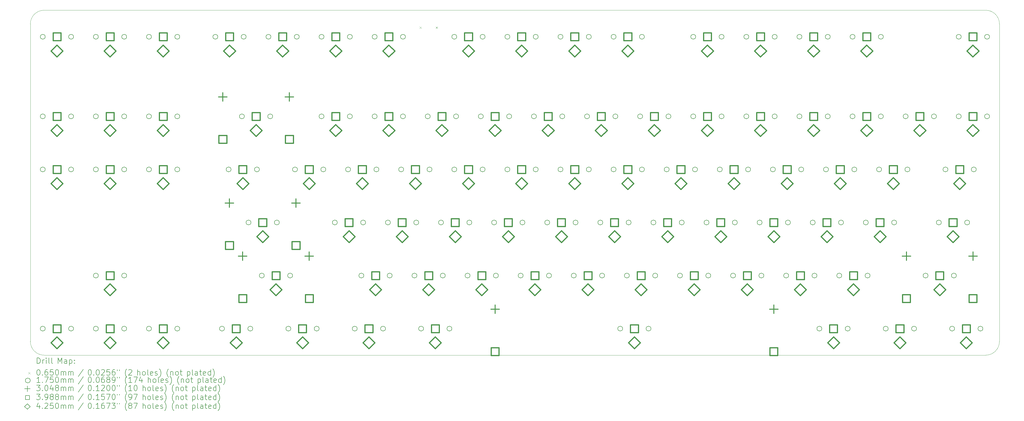
<source format=gbr>
%TF.GenerationSoftware,KiCad,Pcbnew,(7.0.0)*%
%TF.CreationDate,2023-06-19T20:50:26+08:00*%
%TF.ProjectId,87keyboard,38376b65-7962-46f6-9172-642e6b696361,rev?*%
%TF.SameCoordinates,Original*%
%TF.FileFunction,Drillmap*%
%TF.FilePolarity,Positive*%
%FSLAX45Y45*%
G04 Gerber Fmt 4.5, Leading zero omitted, Abs format (unit mm)*
G04 Created by KiCad (PCBNEW (7.0.0)) date 2023-06-19 20:50:26*
%MOMM*%
%LPD*%
G01*
G04 APERTURE LIST*
%ADD10C,0.100000*%
%ADD11C,0.200000*%
%ADD12C,0.065000*%
%ADD13C,0.175000*%
%ADD14C,0.304800*%
%ADD15C,0.398780*%
%ADD16C,0.425000*%
G04 APERTURE END LIST*
D10*
X35480625Y-1206500D02*
X1698625Y-1206500D01*
X1206500Y-1698625D02*
X1206500Y-13096875D01*
X35480625Y-13589000D02*
G75*
G03*
X35972750Y-13096875I-5J492130D01*
G01*
X1698625Y-1206500D02*
G75*
G03*
X1206500Y-1698625I0J-492125D01*
G01*
X35972750Y-1698625D02*
G75*
G03*
X35480625Y-1206500I-492130J-5D01*
G01*
X1698625Y-13589000D02*
X35480625Y-13589000D01*
X35972750Y-13096875D02*
X35972750Y-1698625D01*
X1206500Y-13096875D02*
G75*
G03*
X1698625Y-13589000I492125J0D01*
G01*
D11*
D12*
X15172500Y-1799625D02*
X15237500Y-1864625D01*
X15237500Y-1799625D02*
X15172500Y-1864625D01*
X15750500Y-1799625D02*
X15815500Y-1864625D01*
X15815500Y-1799625D02*
X15750500Y-1864625D01*
D13*
X1738500Y-2159000D02*
G75*
G03*
X1738500Y-2159000I-87500J0D01*
G01*
X1738500Y-5016500D02*
G75*
G03*
X1738500Y-5016500I-87500J0D01*
G01*
X1738500Y-6921500D02*
G75*
G03*
X1738500Y-6921500I-87500J0D01*
G01*
X1738500Y-12636500D02*
G75*
G03*
X1738500Y-12636500I-87500J0D01*
G01*
X2754500Y-2159000D02*
G75*
G03*
X2754500Y-2159000I-87500J0D01*
G01*
X2754500Y-5016500D02*
G75*
G03*
X2754500Y-5016500I-87500J0D01*
G01*
X2754500Y-6921500D02*
G75*
G03*
X2754500Y-6921500I-87500J0D01*
G01*
X2754500Y-12636500D02*
G75*
G03*
X2754500Y-12636500I-87500J0D01*
G01*
X3643500Y-2159000D02*
G75*
G03*
X3643500Y-2159000I-87500J0D01*
G01*
X3643500Y-5016500D02*
G75*
G03*
X3643500Y-5016500I-87500J0D01*
G01*
X3643500Y-6921500D02*
G75*
G03*
X3643500Y-6921500I-87500J0D01*
G01*
X3643500Y-10731500D02*
G75*
G03*
X3643500Y-10731500I-87500J0D01*
G01*
X3643500Y-12636500D02*
G75*
G03*
X3643500Y-12636500I-87500J0D01*
G01*
X4659500Y-2159000D02*
G75*
G03*
X4659500Y-2159000I-87500J0D01*
G01*
X4659500Y-5016500D02*
G75*
G03*
X4659500Y-5016500I-87500J0D01*
G01*
X4659500Y-6921500D02*
G75*
G03*
X4659500Y-6921500I-87500J0D01*
G01*
X4659500Y-10731500D02*
G75*
G03*
X4659500Y-10731500I-87500J0D01*
G01*
X4659500Y-12636500D02*
G75*
G03*
X4659500Y-12636500I-87500J0D01*
G01*
X5548500Y-2159000D02*
G75*
G03*
X5548500Y-2159000I-87500J0D01*
G01*
X5548500Y-5016500D02*
G75*
G03*
X5548500Y-5016500I-87500J0D01*
G01*
X5548500Y-6921500D02*
G75*
G03*
X5548500Y-6921500I-87500J0D01*
G01*
X5548500Y-12636500D02*
G75*
G03*
X5548500Y-12636500I-87500J0D01*
G01*
X6564500Y-2159000D02*
G75*
G03*
X6564500Y-2159000I-87500J0D01*
G01*
X6564500Y-5016500D02*
G75*
G03*
X6564500Y-5016500I-87500J0D01*
G01*
X6564500Y-6921500D02*
G75*
G03*
X6564500Y-6921500I-87500J0D01*
G01*
X6564500Y-12636500D02*
G75*
G03*
X6564500Y-12636500I-87500J0D01*
G01*
X7929750Y-2159000D02*
G75*
G03*
X7929750Y-2159000I-87500J0D01*
G01*
X8167875Y-12636500D02*
G75*
G03*
X8167875Y-12636500I-87500J0D01*
G01*
X8406000Y-6921500D02*
G75*
G03*
X8406000Y-6921500I-87500J0D01*
G01*
X8882250Y-5016500D02*
G75*
G03*
X8882250Y-5016500I-87500J0D01*
G01*
X8945750Y-2159000D02*
G75*
G03*
X8945750Y-2159000I-87500J0D01*
G01*
X9120375Y-8825805D02*
G75*
G03*
X9120375Y-8825805I-87500J0D01*
G01*
X9183875Y-12636500D02*
G75*
G03*
X9183875Y-12636500I-87500J0D01*
G01*
X9422000Y-6921500D02*
G75*
G03*
X9422000Y-6921500I-87500J0D01*
G01*
X9596625Y-10731500D02*
G75*
G03*
X9596625Y-10731500I-87500J0D01*
G01*
X9834750Y-2159000D02*
G75*
G03*
X9834750Y-2159000I-87500J0D01*
G01*
X9898250Y-5016500D02*
G75*
G03*
X9898250Y-5016500I-87500J0D01*
G01*
X10136375Y-8825805D02*
G75*
G03*
X10136375Y-8825805I-87500J0D01*
G01*
X10549125Y-12636500D02*
G75*
G03*
X10549125Y-12636500I-87500J0D01*
G01*
X10612625Y-10731500D02*
G75*
G03*
X10612625Y-10731500I-87500J0D01*
G01*
X10787250Y-6921500D02*
G75*
G03*
X10787250Y-6921500I-87500J0D01*
G01*
X10850750Y-2159000D02*
G75*
G03*
X10850750Y-2159000I-87500J0D01*
G01*
X11565125Y-12636500D02*
G75*
G03*
X11565125Y-12636500I-87500J0D01*
G01*
X11739750Y-2159000D02*
G75*
G03*
X11739750Y-2159000I-87500J0D01*
G01*
X11739750Y-5016500D02*
G75*
G03*
X11739750Y-5016500I-87500J0D01*
G01*
X11803250Y-6921500D02*
G75*
G03*
X11803250Y-6921500I-87500J0D01*
G01*
X12216000Y-8826500D02*
G75*
G03*
X12216000Y-8826500I-87500J0D01*
G01*
X12692250Y-6921500D02*
G75*
G03*
X12692250Y-6921500I-87500J0D01*
G01*
X12755750Y-2159000D02*
G75*
G03*
X12755750Y-2159000I-87500J0D01*
G01*
X12755750Y-5016500D02*
G75*
G03*
X12755750Y-5016500I-87500J0D01*
G01*
X12930375Y-12636500D02*
G75*
G03*
X12930375Y-12636500I-87500J0D01*
G01*
X13168500Y-10731500D02*
G75*
G03*
X13168500Y-10731500I-87500J0D01*
G01*
X13232000Y-8826500D02*
G75*
G03*
X13232000Y-8826500I-87500J0D01*
G01*
X13644750Y-2159000D02*
G75*
G03*
X13644750Y-2159000I-87500J0D01*
G01*
X13644750Y-5016500D02*
G75*
G03*
X13644750Y-5016500I-87500J0D01*
G01*
X13708250Y-6921500D02*
G75*
G03*
X13708250Y-6921500I-87500J0D01*
G01*
X13946375Y-12636500D02*
G75*
G03*
X13946375Y-12636500I-87500J0D01*
G01*
X14121000Y-8826500D02*
G75*
G03*
X14121000Y-8826500I-87500J0D01*
G01*
X14184500Y-10731500D02*
G75*
G03*
X14184500Y-10731500I-87500J0D01*
G01*
X14597250Y-6921500D02*
G75*
G03*
X14597250Y-6921500I-87500J0D01*
G01*
X14660750Y-2159000D02*
G75*
G03*
X14660750Y-2159000I-87500J0D01*
G01*
X14660750Y-5016500D02*
G75*
G03*
X14660750Y-5016500I-87500J0D01*
G01*
X15073500Y-10731500D02*
G75*
G03*
X15073500Y-10731500I-87500J0D01*
G01*
X15137000Y-8826500D02*
G75*
G03*
X15137000Y-8826500I-87500J0D01*
G01*
X15311625Y-12636500D02*
G75*
G03*
X15311625Y-12636500I-87500J0D01*
G01*
X15549750Y-5016500D02*
G75*
G03*
X15549750Y-5016500I-87500J0D01*
G01*
X15613250Y-6921500D02*
G75*
G03*
X15613250Y-6921500I-87500J0D01*
G01*
X16026000Y-8826500D02*
G75*
G03*
X16026000Y-8826500I-87500J0D01*
G01*
X16089500Y-10731500D02*
G75*
G03*
X16089500Y-10731500I-87500J0D01*
G01*
X16327625Y-12636500D02*
G75*
G03*
X16327625Y-12636500I-87500J0D01*
G01*
X16502250Y-2159000D02*
G75*
G03*
X16502250Y-2159000I-87500J0D01*
G01*
X16502250Y-6921500D02*
G75*
G03*
X16502250Y-6921500I-87500J0D01*
G01*
X16565750Y-5016500D02*
G75*
G03*
X16565750Y-5016500I-87500J0D01*
G01*
X16978500Y-10731500D02*
G75*
G03*
X16978500Y-10731500I-87500J0D01*
G01*
X17042000Y-8826500D02*
G75*
G03*
X17042000Y-8826500I-87500J0D01*
G01*
X17454750Y-5016500D02*
G75*
G03*
X17454750Y-5016500I-87500J0D01*
G01*
X17518250Y-2159000D02*
G75*
G03*
X17518250Y-2159000I-87500J0D01*
G01*
X17518250Y-6921500D02*
G75*
G03*
X17518250Y-6921500I-87500J0D01*
G01*
X17931000Y-8826500D02*
G75*
G03*
X17931000Y-8826500I-87500J0D01*
G01*
X17994500Y-10731500D02*
G75*
G03*
X17994500Y-10731500I-87500J0D01*
G01*
X18407250Y-2159000D02*
G75*
G03*
X18407250Y-2159000I-87500J0D01*
G01*
X18407250Y-6921500D02*
G75*
G03*
X18407250Y-6921500I-87500J0D01*
G01*
X18470750Y-5016500D02*
G75*
G03*
X18470750Y-5016500I-87500J0D01*
G01*
X18883500Y-10731500D02*
G75*
G03*
X18883500Y-10731500I-87500J0D01*
G01*
X18947000Y-8826500D02*
G75*
G03*
X18947000Y-8826500I-87500J0D01*
G01*
X19359750Y-5016500D02*
G75*
G03*
X19359750Y-5016500I-87500J0D01*
G01*
X19423250Y-2159000D02*
G75*
G03*
X19423250Y-2159000I-87500J0D01*
G01*
X19423250Y-6921500D02*
G75*
G03*
X19423250Y-6921500I-87500J0D01*
G01*
X19836000Y-8826500D02*
G75*
G03*
X19836000Y-8826500I-87500J0D01*
G01*
X19899500Y-10731500D02*
G75*
G03*
X19899500Y-10731500I-87500J0D01*
G01*
X20312250Y-2159000D02*
G75*
G03*
X20312250Y-2159000I-87500J0D01*
G01*
X20312250Y-6921500D02*
G75*
G03*
X20312250Y-6921500I-87500J0D01*
G01*
X20375750Y-5016500D02*
G75*
G03*
X20375750Y-5016500I-87500J0D01*
G01*
X20788500Y-10731500D02*
G75*
G03*
X20788500Y-10731500I-87500J0D01*
G01*
X20852000Y-8826500D02*
G75*
G03*
X20852000Y-8826500I-87500J0D01*
G01*
X21264750Y-5016500D02*
G75*
G03*
X21264750Y-5016500I-87500J0D01*
G01*
X21328250Y-2159000D02*
G75*
G03*
X21328250Y-2159000I-87500J0D01*
G01*
X21328250Y-6921500D02*
G75*
G03*
X21328250Y-6921500I-87500J0D01*
G01*
X21741000Y-8826500D02*
G75*
G03*
X21741000Y-8826500I-87500J0D01*
G01*
X21804500Y-10731500D02*
G75*
G03*
X21804500Y-10731500I-87500J0D01*
G01*
X22217250Y-2159000D02*
G75*
G03*
X22217250Y-2159000I-87500J0D01*
G01*
X22217250Y-6921500D02*
G75*
G03*
X22217250Y-6921500I-87500J0D01*
G01*
X22280750Y-5016500D02*
G75*
G03*
X22280750Y-5016500I-87500J0D01*
G01*
X22455375Y-12635805D02*
G75*
G03*
X22455375Y-12635805I-87500J0D01*
G01*
X22693500Y-10731500D02*
G75*
G03*
X22693500Y-10731500I-87500J0D01*
G01*
X22757000Y-8826500D02*
G75*
G03*
X22757000Y-8826500I-87500J0D01*
G01*
X23169750Y-5016500D02*
G75*
G03*
X23169750Y-5016500I-87500J0D01*
G01*
X23233250Y-2159000D02*
G75*
G03*
X23233250Y-2159000I-87500J0D01*
G01*
X23233250Y-6921500D02*
G75*
G03*
X23233250Y-6921500I-87500J0D01*
G01*
X23471375Y-12635805D02*
G75*
G03*
X23471375Y-12635805I-87500J0D01*
G01*
X23646000Y-8826500D02*
G75*
G03*
X23646000Y-8826500I-87500J0D01*
G01*
X23709500Y-10731500D02*
G75*
G03*
X23709500Y-10731500I-87500J0D01*
G01*
X24122250Y-6921500D02*
G75*
G03*
X24122250Y-6921500I-87500J0D01*
G01*
X24185750Y-5016500D02*
G75*
G03*
X24185750Y-5016500I-87500J0D01*
G01*
X24598500Y-10731500D02*
G75*
G03*
X24598500Y-10731500I-87500J0D01*
G01*
X24662000Y-8826500D02*
G75*
G03*
X24662000Y-8826500I-87500J0D01*
G01*
X25074750Y-2159000D02*
G75*
G03*
X25074750Y-2159000I-87500J0D01*
G01*
X25074750Y-5016500D02*
G75*
G03*
X25074750Y-5016500I-87500J0D01*
G01*
X25138250Y-6921500D02*
G75*
G03*
X25138250Y-6921500I-87500J0D01*
G01*
X25551000Y-8826500D02*
G75*
G03*
X25551000Y-8826500I-87500J0D01*
G01*
X25614500Y-10731500D02*
G75*
G03*
X25614500Y-10731500I-87500J0D01*
G01*
X26027250Y-6921500D02*
G75*
G03*
X26027250Y-6921500I-87500J0D01*
G01*
X26090750Y-2159000D02*
G75*
G03*
X26090750Y-2159000I-87500J0D01*
G01*
X26090750Y-5016500D02*
G75*
G03*
X26090750Y-5016500I-87500J0D01*
G01*
X26503500Y-10731500D02*
G75*
G03*
X26503500Y-10731500I-87500J0D01*
G01*
X26567000Y-8826500D02*
G75*
G03*
X26567000Y-8826500I-87500J0D01*
G01*
X26979750Y-2159000D02*
G75*
G03*
X26979750Y-2159000I-87500J0D01*
G01*
X26979750Y-5016500D02*
G75*
G03*
X26979750Y-5016500I-87500J0D01*
G01*
X27043250Y-6921500D02*
G75*
G03*
X27043250Y-6921500I-87500J0D01*
G01*
X27456000Y-8826500D02*
G75*
G03*
X27456000Y-8826500I-87500J0D01*
G01*
X27519500Y-10731500D02*
G75*
G03*
X27519500Y-10731500I-87500J0D01*
G01*
X27932250Y-6921500D02*
G75*
G03*
X27932250Y-6921500I-87500J0D01*
G01*
X27995750Y-2159000D02*
G75*
G03*
X27995750Y-2159000I-87500J0D01*
G01*
X27995750Y-5016500D02*
G75*
G03*
X27995750Y-5016500I-87500J0D01*
G01*
X28408500Y-10731500D02*
G75*
G03*
X28408500Y-10731500I-87500J0D01*
G01*
X28472000Y-8826500D02*
G75*
G03*
X28472000Y-8826500I-87500J0D01*
G01*
X28884750Y-2159000D02*
G75*
G03*
X28884750Y-2159000I-87500J0D01*
G01*
X28884750Y-5016500D02*
G75*
G03*
X28884750Y-5016500I-87500J0D01*
G01*
X28948250Y-6921500D02*
G75*
G03*
X28948250Y-6921500I-87500J0D01*
G01*
X29361000Y-8826500D02*
G75*
G03*
X29361000Y-8826500I-87500J0D01*
G01*
X29424500Y-10731500D02*
G75*
G03*
X29424500Y-10731500I-87500J0D01*
G01*
X29599125Y-12636500D02*
G75*
G03*
X29599125Y-12636500I-87500J0D01*
G01*
X29837250Y-6921500D02*
G75*
G03*
X29837250Y-6921500I-87500J0D01*
G01*
X29900750Y-2159000D02*
G75*
G03*
X29900750Y-2159000I-87500J0D01*
G01*
X29900750Y-5016500D02*
G75*
G03*
X29900750Y-5016500I-87500J0D01*
G01*
X30313500Y-10731500D02*
G75*
G03*
X30313500Y-10731500I-87500J0D01*
G01*
X30377000Y-8826500D02*
G75*
G03*
X30377000Y-8826500I-87500J0D01*
G01*
X30615125Y-12636500D02*
G75*
G03*
X30615125Y-12636500I-87500J0D01*
G01*
X30789750Y-2159000D02*
G75*
G03*
X30789750Y-2159000I-87500J0D01*
G01*
X30789750Y-5016500D02*
G75*
G03*
X30789750Y-5016500I-87500J0D01*
G01*
X30853250Y-6921500D02*
G75*
G03*
X30853250Y-6921500I-87500J0D01*
G01*
X31266000Y-8826500D02*
G75*
G03*
X31266000Y-8826500I-87500J0D01*
G01*
X31329500Y-10731500D02*
G75*
G03*
X31329500Y-10731500I-87500J0D01*
G01*
X31742250Y-6921500D02*
G75*
G03*
X31742250Y-6921500I-87500J0D01*
G01*
X31805750Y-2159000D02*
G75*
G03*
X31805750Y-2159000I-87500J0D01*
G01*
X31805750Y-5016500D02*
G75*
G03*
X31805750Y-5016500I-87500J0D01*
G01*
X31980375Y-12636500D02*
G75*
G03*
X31980375Y-12636500I-87500J0D01*
G01*
X32282000Y-8826500D02*
G75*
G03*
X32282000Y-8826500I-87500J0D01*
G01*
X32694750Y-5016500D02*
G75*
G03*
X32694750Y-5016500I-87500J0D01*
G01*
X32758250Y-6921500D02*
G75*
G03*
X32758250Y-6921500I-87500J0D01*
G01*
X32996375Y-12636500D02*
G75*
G03*
X32996375Y-12636500I-87500J0D01*
G01*
X33409125Y-10731500D02*
G75*
G03*
X33409125Y-10731500I-87500J0D01*
G01*
X33710750Y-5016500D02*
G75*
G03*
X33710750Y-5016500I-87500J0D01*
G01*
X33885375Y-8826500D02*
G75*
G03*
X33885375Y-8826500I-87500J0D01*
G01*
X34123500Y-6921500D02*
G75*
G03*
X34123500Y-6921500I-87500J0D01*
G01*
X34361625Y-12636500D02*
G75*
G03*
X34361625Y-12636500I-87500J0D01*
G01*
X34425125Y-10731500D02*
G75*
G03*
X34425125Y-10731500I-87500J0D01*
G01*
X34599750Y-2159000D02*
G75*
G03*
X34599750Y-2159000I-87500J0D01*
G01*
X34599750Y-5016500D02*
G75*
G03*
X34599750Y-5016500I-87500J0D01*
G01*
X34901375Y-8826500D02*
G75*
G03*
X34901375Y-8826500I-87500J0D01*
G01*
X35139500Y-6921500D02*
G75*
G03*
X35139500Y-6921500I-87500J0D01*
G01*
X35377625Y-12636500D02*
G75*
G03*
X35377625Y-12636500I-87500J0D01*
G01*
X35615750Y-2159000D02*
G75*
G03*
X35615750Y-2159000I-87500J0D01*
G01*
X35615750Y-5016500D02*
G75*
G03*
X35615750Y-5016500I-87500J0D01*
G01*
D14*
X8108950Y-4165600D02*
X8108950Y-4470400D01*
X7956550Y-4318000D02*
X8261350Y-4318000D01*
X8347075Y-7974905D02*
X8347075Y-8279705D01*
X8194675Y-8127305D02*
X8499475Y-8127305D01*
X8823325Y-9880600D02*
X8823325Y-10185400D01*
X8670925Y-10033000D02*
X8975725Y-10033000D01*
X10496550Y-4165600D02*
X10496550Y-4470400D01*
X10344150Y-4318000D02*
X10648950Y-4318000D01*
X10734675Y-7974905D02*
X10734675Y-8279705D01*
X10582275Y-8127305D02*
X10887075Y-8127305D01*
X11210925Y-9880600D02*
X11210925Y-10185400D01*
X11058525Y-10033000D02*
X11363325Y-10033000D01*
X17875885Y-11784905D02*
X17875885Y-12089705D01*
X17723485Y-11937305D02*
X18028285Y-11937305D01*
X27875865Y-11784905D02*
X27875865Y-12089705D01*
X27723465Y-11937305D02*
X28028265Y-11937305D01*
X32635825Y-9880600D02*
X32635825Y-10185400D01*
X32483425Y-10033000D02*
X32788225Y-10033000D01*
X35023425Y-9880600D02*
X35023425Y-10185400D01*
X34871025Y-10033000D02*
X35175825Y-10033000D01*
D15*
X2299991Y-2299991D02*
X2299991Y-2018009D01*
X2018009Y-2018009D01*
X2018009Y-2299991D01*
X2299991Y-2299991D01*
X2299991Y-5157491D02*
X2299991Y-4875509D01*
X2018009Y-4875509D01*
X2018009Y-5157491D01*
X2299991Y-5157491D01*
X2299991Y-7062491D02*
X2299991Y-6780509D01*
X2018009Y-6780509D01*
X2018009Y-7062491D01*
X2299991Y-7062491D01*
X2299991Y-12777491D02*
X2299991Y-12495509D01*
X2018009Y-12495509D01*
X2018009Y-12777491D01*
X2299991Y-12777491D01*
X4204991Y-2299991D02*
X4204991Y-2018009D01*
X3923009Y-2018009D01*
X3923009Y-2299991D01*
X4204991Y-2299991D01*
X4204991Y-5157491D02*
X4204991Y-4875509D01*
X3923009Y-4875509D01*
X3923009Y-5157491D01*
X4204991Y-5157491D01*
X4204991Y-7062491D02*
X4204991Y-6780509D01*
X3923009Y-6780509D01*
X3923009Y-7062491D01*
X4204991Y-7062491D01*
X4204991Y-10872491D02*
X4204991Y-10590509D01*
X3923009Y-10590509D01*
X3923009Y-10872491D01*
X4204991Y-10872491D01*
X4204991Y-12777491D02*
X4204991Y-12495509D01*
X3923009Y-12495509D01*
X3923009Y-12777491D01*
X4204991Y-12777491D01*
X6109991Y-2299991D02*
X6109991Y-2018009D01*
X5828009Y-2018009D01*
X5828009Y-2299991D01*
X6109991Y-2299991D01*
X6109991Y-5157491D02*
X6109991Y-4875509D01*
X5828009Y-4875509D01*
X5828009Y-5157491D01*
X6109991Y-5157491D01*
X6109991Y-7062491D02*
X6109991Y-6780509D01*
X5828009Y-6780509D01*
X5828009Y-7062491D01*
X6109991Y-7062491D01*
X6109991Y-12777491D02*
X6109991Y-12495509D01*
X5828009Y-12495509D01*
X5828009Y-12777491D01*
X6109991Y-12777491D01*
X8249941Y-5982991D02*
X8249941Y-5701009D01*
X7967959Y-5701009D01*
X7967959Y-5982991D01*
X8249941Y-5982991D01*
X8488066Y-9792296D02*
X8488066Y-9510314D01*
X8206084Y-9510314D01*
X8206084Y-9792296D01*
X8488066Y-9792296D01*
X8491241Y-2299991D02*
X8491241Y-2018009D01*
X8209259Y-2018009D01*
X8209259Y-2299991D01*
X8491241Y-2299991D01*
X8729366Y-12777491D02*
X8729366Y-12495509D01*
X8447384Y-12495509D01*
X8447384Y-12777491D01*
X8729366Y-12777491D01*
X8964316Y-11697991D02*
X8964316Y-11416009D01*
X8682334Y-11416009D01*
X8682334Y-11697991D01*
X8964316Y-11697991D01*
X8967491Y-7062491D02*
X8967491Y-6780509D01*
X8685509Y-6780509D01*
X8685509Y-7062491D01*
X8967491Y-7062491D01*
X9443741Y-5157491D02*
X9443741Y-4875509D01*
X9161759Y-4875509D01*
X9161759Y-5157491D01*
X9443741Y-5157491D01*
X9681866Y-8966796D02*
X9681866Y-8684814D01*
X9399884Y-8684814D01*
X9399884Y-8966796D01*
X9681866Y-8966796D01*
X10158116Y-10872491D02*
X10158116Y-10590509D01*
X9876134Y-10590509D01*
X9876134Y-10872491D01*
X10158116Y-10872491D01*
X10396241Y-2299991D02*
X10396241Y-2018009D01*
X10114259Y-2018009D01*
X10114259Y-2299991D01*
X10396241Y-2299991D01*
X10637541Y-5982991D02*
X10637541Y-5701009D01*
X10355559Y-5701009D01*
X10355559Y-5982991D01*
X10637541Y-5982991D01*
X10875666Y-9792296D02*
X10875666Y-9510314D01*
X10593684Y-9510314D01*
X10593684Y-9792296D01*
X10875666Y-9792296D01*
X11110616Y-12777491D02*
X11110616Y-12495509D01*
X10828634Y-12495509D01*
X10828634Y-12777491D01*
X11110616Y-12777491D01*
X11348741Y-7062491D02*
X11348741Y-6780509D01*
X11066759Y-6780509D01*
X11066759Y-7062491D01*
X11348741Y-7062491D01*
X11351916Y-11697991D02*
X11351916Y-11416009D01*
X11069934Y-11416009D01*
X11069934Y-11697991D01*
X11351916Y-11697991D01*
X12301241Y-2299991D02*
X12301241Y-2018009D01*
X12019259Y-2018009D01*
X12019259Y-2299991D01*
X12301241Y-2299991D01*
X12301241Y-5157491D02*
X12301241Y-4875509D01*
X12019259Y-4875509D01*
X12019259Y-5157491D01*
X12301241Y-5157491D01*
X12777491Y-8967491D02*
X12777491Y-8685509D01*
X12495509Y-8685509D01*
X12495509Y-8967491D01*
X12777491Y-8967491D01*
X13253741Y-7062491D02*
X13253741Y-6780509D01*
X12971759Y-6780509D01*
X12971759Y-7062491D01*
X13253741Y-7062491D01*
X13491866Y-12777491D02*
X13491866Y-12495509D01*
X13209884Y-12495509D01*
X13209884Y-12777491D01*
X13491866Y-12777491D01*
X13729991Y-10872491D02*
X13729991Y-10590509D01*
X13448009Y-10590509D01*
X13448009Y-10872491D01*
X13729991Y-10872491D01*
X14206241Y-2299991D02*
X14206241Y-2018009D01*
X13924259Y-2018009D01*
X13924259Y-2299991D01*
X14206241Y-2299991D01*
X14206241Y-5157491D02*
X14206241Y-4875509D01*
X13924259Y-4875509D01*
X13924259Y-5157491D01*
X14206241Y-5157491D01*
X14682491Y-8967491D02*
X14682491Y-8685509D01*
X14400509Y-8685509D01*
X14400509Y-8967491D01*
X14682491Y-8967491D01*
X15158741Y-7062491D02*
X15158741Y-6780509D01*
X14876759Y-6780509D01*
X14876759Y-7062491D01*
X15158741Y-7062491D01*
X15634991Y-10872491D02*
X15634991Y-10590509D01*
X15353009Y-10590509D01*
X15353009Y-10872491D01*
X15634991Y-10872491D01*
X15873116Y-12777491D02*
X15873116Y-12495509D01*
X15591134Y-12495509D01*
X15591134Y-12777491D01*
X15873116Y-12777491D01*
X16111241Y-5157491D02*
X16111241Y-4875509D01*
X15829259Y-4875509D01*
X15829259Y-5157491D01*
X16111241Y-5157491D01*
X16587491Y-8967491D02*
X16587491Y-8685509D01*
X16305509Y-8685509D01*
X16305509Y-8967491D01*
X16587491Y-8967491D01*
X17063741Y-2299991D02*
X17063741Y-2018009D01*
X16781759Y-2018009D01*
X16781759Y-2299991D01*
X17063741Y-2299991D01*
X17063741Y-7062491D02*
X17063741Y-6780509D01*
X16781759Y-6780509D01*
X16781759Y-7062491D01*
X17063741Y-7062491D01*
X17539991Y-10872491D02*
X17539991Y-10590509D01*
X17258009Y-10590509D01*
X17258009Y-10872491D01*
X17539991Y-10872491D01*
X18016241Y-5157491D02*
X18016241Y-4875509D01*
X17734259Y-4875509D01*
X17734259Y-5157491D01*
X18016241Y-5157491D01*
X18016876Y-13602296D02*
X18016876Y-13320314D01*
X17734894Y-13320314D01*
X17734894Y-13602296D01*
X18016876Y-13602296D01*
X18492491Y-8967491D02*
X18492491Y-8685509D01*
X18210509Y-8685509D01*
X18210509Y-8967491D01*
X18492491Y-8967491D01*
X18968741Y-2299991D02*
X18968741Y-2018009D01*
X18686759Y-2018009D01*
X18686759Y-2299991D01*
X18968741Y-2299991D01*
X18968741Y-7062491D02*
X18968741Y-6780509D01*
X18686759Y-6780509D01*
X18686759Y-7062491D01*
X18968741Y-7062491D01*
X19444991Y-10872491D02*
X19444991Y-10590509D01*
X19163009Y-10590509D01*
X19163009Y-10872491D01*
X19444991Y-10872491D01*
X19921241Y-5157491D02*
X19921241Y-4875509D01*
X19639259Y-4875509D01*
X19639259Y-5157491D01*
X19921241Y-5157491D01*
X20397491Y-8967491D02*
X20397491Y-8685509D01*
X20115509Y-8685509D01*
X20115509Y-8967491D01*
X20397491Y-8967491D01*
X20873741Y-2299991D02*
X20873741Y-2018009D01*
X20591759Y-2018009D01*
X20591759Y-2299991D01*
X20873741Y-2299991D01*
X20873741Y-7062491D02*
X20873741Y-6780509D01*
X20591759Y-6780509D01*
X20591759Y-7062491D01*
X20873741Y-7062491D01*
X21349991Y-10872491D02*
X21349991Y-10590509D01*
X21068009Y-10590509D01*
X21068009Y-10872491D01*
X21349991Y-10872491D01*
X21826241Y-5157491D02*
X21826241Y-4875509D01*
X21544259Y-4875509D01*
X21544259Y-5157491D01*
X21826241Y-5157491D01*
X22302491Y-8967491D02*
X22302491Y-8685509D01*
X22020509Y-8685509D01*
X22020509Y-8967491D01*
X22302491Y-8967491D01*
X22778741Y-2299991D02*
X22778741Y-2018009D01*
X22496759Y-2018009D01*
X22496759Y-2299991D01*
X22778741Y-2299991D01*
X22778741Y-7062491D02*
X22778741Y-6780509D01*
X22496759Y-6780509D01*
X22496759Y-7062491D01*
X22778741Y-7062491D01*
X23016866Y-12776796D02*
X23016866Y-12494814D01*
X22734884Y-12494814D01*
X22734884Y-12776796D01*
X23016866Y-12776796D01*
X23254991Y-10872491D02*
X23254991Y-10590509D01*
X22973009Y-10590509D01*
X22973009Y-10872491D01*
X23254991Y-10872491D01*
X23731241Y-5157491D02*
X23731241Y-4875509D01*
X23449259Y-4875509D01*
X23449259Y-5157491D01*
X23731241Y-5157491D01*
X24207491Y-8967491D02*
X24207491Y-8685509D01*
X23925509Y-8685509D01*
X23925509Y-8967491D01*
X24207491Y-8967491D01*
X24683741Y-7062491D02*
X24683741Y-6780509D01*
X24401759Y-6780509D01*
X24401759Y-7062491D01*
X24683741Y-7062491D01*
X25159991Y-10872491D02*
X25159991Y-10590509D01*
X24878009Y-10590509D01*
X24878009Y-10872491D01*
X25159991Y-10872491D01*
X25636241Y-2299991D02*
X25636241Y-2018009D01*
X25354259Y-2018009D01*
X25354259Y-2299991D01*
X25636241Y-2299991D01*
X25636241Y-5157491D02*
X25636241Y-4875509D01*
X25354259Y-4875509D01*
X25354259Y-5157491D01*
X25636241Y-5157491D01*
X26112491Y-8967491D02*
X26112491Y-8685509D01*
X25830509Y-8685509D01*
X25830509Y-8967491D01*
X26112491Y-8967491D01*
X26588741Y-7062491D02*
X26588741Y-6780509D01*
X26306759Y-6780509D01*
X26306759Y-7062491D01*
X26588741Y-7062491D01*
X27064991Y-10872491D02*
X27064991Y-10590509D01*
X26783009Y-10590509D01*
X26783009Y-10872491D01*
X27064991Y-10872491D01*
X27541241Y-2299991D02*
X27541241Y-2018009D01*
X27259259Y-2018009D01*
X27259259Y-2299991D01*
X27541241Y-2299991D01*
X27541241Y-5157491D02*
X27541241Y-4875509D01*
X27259259Y-4875509D01*
X27259259Y-5157491D01*
X27541241Y-5157491D01*
X28016856Y-13602296D02*
X28016856Y-13320314D01*
X27734874Y-13320314D01*
X27734874Y-13602296D01*
X28016856Y-13602296D01*
X28017491Y-8967491D02*
X28017491Y-8685509D01*
X27735509Y-8685509D01*
X27735509Y-8967491D01*
X28017491Y-8967491D01*
X28493741Y-7062491D02*
X28493741Y-6780509D01*
X28211759Y-6780509D01*
X28211759Y-7062491D01*
X28493741Y-7062491D01*
X28969991Y-10872491D02*
X28969991Y-10590509D01*
X28688009Y-10590509D01*
X28688009Y-10872491D01*
X28969991Y-10872491D01*
X29446241Y-2299991D02*
X29446241Y-2018009D01*
X29164259Y-2018009D01*
X29164259Y-2299991D01*
X29446241Y-2299991D01*
X29446241Y-5157491D02*
X29446241Y-4875509D01*
X29164259Y-4875509D01*
X29164259Y-5157491D01*
X29446241Y-5157491D01*
X29922491Y-8967491D02*
X29922491Y-8685509D01*
X29640509Y-8685509D01*
X29640509Y-8967491D01*
X29922491Y-8967491D01*
X30160616Y-12777491D02*
X30160616Y-12495509D01*
X29878634Y-12495509D01*
X29878634Y-12777491D01*
X30160616Y-12777491D01*
X30398741Y-7062491D02*
X30398741Y-6780509D01*
X30116759Y-6780509D01*
X30116759Y-7062491D01*
X30398741Y-7062491D01*
X30874991Y-10872491D02*
X30874991Y-10590509D01*
X30593009Y-10590509D01*
X30593009Y-10872491D01*
X30874991Y-10872491D01*
X31351241Y-2299991D02*
X31351241Y-2018009D01*
X31069259Y-2018009D01*
X31069259Y-2299991D01*
X31351241Y-2299991D01*
X31351241Y-5157491D02*
X31351241Y-4875509D01*
X31069259Y-4875509D01*
X31069259Y-5157491D01*
X31351241Y-5157491D01*
X31827491Y-8967491D02*
X31827491Y-8685509D01*
X31545509Y-8685509D01*
X31545509Y-8967491D01*
X31827491Y-8967491D01*
X32303741Y-7062491D02*
X32303741Y-6780509D01*
X32021759Y-6780509D01*
X32021759Y-7062491D01*
X32303741Y-7062491D01*
X32541866Y-12777491D02*
X32541866Y-12495509D01*
X32259884Y-12495509D01*
X32259884Y-12777491D01*
X32541866Y-12777491D01*
X32776816Y-11697991D02*
X32776816Y-11416009D01*
X32494834Y-11416009D01*
X32494834Y-11697991D01*
X32776816Y-11697991D01*
X33256241Y-5157491D02*
X33256241Y-4875509D01*
X32974259Y-4875509D01*
X32974259Y-5157491D01*
X33256241Y-5157491D01*
X33970616Y-10872491D02*
X33970616Y-10590509D01*
X33688634Y-10590509D01*
X33688634Y-10872491D01*
X33970616Y-10872491D01*
X34446866Y-8967491D02*
X34446866Y-8685509D01*
X34164884Y-8685509D01*
X34164884Y-8967491D01*
X34446866Y-8967491D01*
X34684991Y-7062491D02*
X34684991Y-6780509D01*
X34403009Y-6780509D01*
X34403009Y-7062491D01*
X34684991Y-7062491D01*
X34923116Y-12777491D02*
X34923116Y-12495509D01*
X34641134Y-12495509D01*
X34641134Y-12777491D01*
X34923116Y-12777491D01*
X35161241Y-2299991D02*
X35161241Y-2018009D01*
X34879259Y-2018009D01*
X34879259Y-2299991D01*
X35161241Y-2299991D01*
X35161241Y-5157491D02*
X35161241Y-4875509D01*
X34879259Y-4875509D01*
X34879259Y-5157491D01*
X35161241Y-5157491D01*
X35164416Y-11697991D02*
X35164416Y-11416009D01*
X34882434Y-11416009D01*
X34882434Y-11697991D01*
X35164416Y-11697991D01*
D16*
X2159000Y-2879500D02*
X2371500Y-2667000D01*
X2159000Y-2454500D01*
X1946500Y-2667000D01*
X2159000Y-2879500D01*
X2159000Y-5737000D02*
X2371500Y-5524500D01*
X2159000Y-5312000D01*
X1946500Y-5524500D01*
X2159000Y-5737000D01*
X2159000Y-7642000D02*
X2371500Y-7429500D01*
X2159000Y-7217000D01*
X1946500Y-7429500D01*
X2159000Y-7642000D01*
X2159000Y-13357000D02*
X2371500Y-13144500D01*
X2159000Y-12932000D01*
X1946500Y-13144500D01*
X2159000Y-13357000D01*
X4064000Y-2879500D02*
X4276500Y-2667000D01*
X4064000Y-2454500D01*
X3851500Y-2667000D01*
X4064000Y-2879500D01*
X4064000Y-5737000D02*
X4276500Y-5524500D01*
X4064000Y-5312000D01*
X3851500Y-5524500D01*
X4064000Y-5737000D01*
X4064000Y-7642000D02*
X4276500Y-7429500D01*
X4064000Y-7217000D01*
X3851500Y-7429500D01*
X4064000Y-7642000D01*
X4064000Y-11452000D02*
X4276500Y-11239500D01*
X4064000Y-11027000D01*
X3851500Y-11239500D01*
X4064000Y-11452000D01*
X4064000Y-13357000D02*
X4276500Y-13144500D01*
X4064000Y-12932000D01*
X3851500Y-13144500D01*
X4064000Y-13357000D01*
X5969000Y-2879500D02*
X6181500Y-2667000D01*
X5969000Y-2454500D01*
X5756500Y-2667000D01*
X5969000Y-2879500D01*
X5969000Y-5737000D02*
X6181500Y-5524500D01*
X5969000Y-5312000D01*
X5756500Y-5524500D01*
X5969000Y-5737000D01*
X5969000Y-7642000D02*
X6181500Y-7429500D01*
X5969000Y-7217000D01*
X5756500Y-7429500D01*
X5969000Y-7642000D01*
X5969000Y-13357000D02*
X6181500Y-13144500D01*
X5969000Y-12932000D01*
X5756500Y-13144500D01*
X5969000Y-13357000D01*
X8350250Y-2879500D02*
X8562750Y-2667000D01*
X8350250Y-2454500D01*
X8137750Y-2667000D01*
X8350250Y-2879500D01*
X8588375Y-13357000D02*
X8800875Y-13144500D01*
X8588375Y-12932000D01*
X8375875Y-13144500D01*
X8588375Y-13357000D01*
X8826500Y-7642000D02*
X9039000Y-7429500D01*
X8826500Y-7217000D01*
X8614000Y-7429500D01*
X8826500Y-7642000D01*
X9302750Y-5737000D02*
X9515250Y-5524500D01*
X9302750Y-5312000D01*
X9090250Y-5524500D01*
X9302750Y-5737000D01*
X9540875Y-9546305D02*
X9753375Y-9333805D01*
X9540875Y-9121305D01*
X9328375Y-9333805D01*
X9540875Y-9546305D01*
X10017125Y-11452000D02*
X10229625Y-11239500D01*
X10017125Y-11027000D01*
X9804625Y-11239500D01*
X10017125Y-11452000D01*
X10255250Y-2879500D02*
X10467750Y-2667000D01*
X10255250Y-2454500D01*
X10042750Y-2667000D01*
X10255250Y-2879500D01*
X10969625Y-13357000D02*
X11182125Y-13144500D01*
X10969625Y-12932000D01*
X10757125Y-13144500D01*
X10969625Y-13357000D01*
X11207750Y-7642000D02*
X11420250Y-7429500D01*
X11207750Y-7217000D01*
X10995250Y-7429500D01*
X11207750Y-7642000D01*
X12160250Y-2879500D02*
X12372750Y-2667000D01*
X12160250Y-2454500D01*
X11947750Y-2667000D01*
X12160250Y-2879500D01*
X12160250Y-5737000D02*
X12372750Y-5524500D01*
X12160250Y-5312000D01*
X11947750Y-5524500D01*
X12160250Y-5737000D01*
X12636500Y-9547000D02*
X12849000Y-9334500D01*
X12636500Y-9122000D01*
X12424000Y-9334500D01*
X12636500Y-9547000D01*
X13112750Y-7642000D02*
X13325250Y-7429500D01*
X13112750Y-7217000D01*
X12900250Y-7429500D01*
X13112750Y-7642000D01*
X13350875Y-13357000D02*
X13563375Y-13144500D01*
X13350875Y-12932000D01*
X13138375Y-13144500D01*
X13350875Y-13357000D01*
X13589000Y-11452000D02*
X13801500Y-11239500D01*
X13589000Y-11027000D01*
X13376500Y-11239500D01*
X13589000Y-11452000D01*
X14065250Y-2879500D02*
X14277750Y-2667000D01*
X14065250Y-2454500D01*
X13852750Y-2667000D01*
X14065250Y-2879500D01*
X14065250Y-5737000D02*
X14277750Y-5524500D01*
X14065250Y-5312000D01*
X13852750Y-5524500D01*
X14065250Y-5737000D01*
X14541500Y-9547000D02*
X14754000Y-9334500D01*
X14541500Y-9122000D01*
X14329000Y-9334500D01*
X14541500Y-9547000D01*
X15017750Y-7642000D02*
X15230250Y-7429500D01*
X15017750Y-7217000D01*
X14805250Y-7429500D01*
X15017750Y-7642000D01*
X15494000Y-11452000D02*
X15706500Y-11239500D01*
X15494000Y-11027000D01*
X15281500Y-11239500D01*
X15494000Y-11452000D01*
X15732125Y-13357000D02*
X15944625Y-13144500D01*
X15732125Y-12932000D01*
X15519625Y-13144500D01*
X15732125Y-13357000D01*
X15970250Y-5737000D02*
X16182750Y-5524500D01*
X15970250Y-5312000D01*
X15757750Y-5524500D01*
X15970250Y-5737000D01*
X16446500Y-9547000D02*
X16659000Y-9334500D01*
X16446500Y-9122000D01*
X16234000Y-9334500D01*
X16446500Y-9547000D01*
X16922750Y-2879500D02*
X17135250Y-2667000D01*
X16922750Y-2454500D01*
X16710250Y-2667000D01*
X16922750Y-2879500D01*
X16922750Y-7642000D02*
X17135250Y-7429500D01*
X16922750Y-7217000D01*
X16710250Y-7429500D01*
X16922750Y-7642000D01*
X17399000Y-11452000D02*
X17611500Y-11239500D01*
X17399000Y-11027000D01*
X17186500Y-11239500D01*
X17399000Y-11452000D01*
X17875250Y-5737000D02*
X18087750Y-5524500D01*
X17875250Y-5312000D01*
X17662750Y-5524500D01*
X17875250Y-5737000D01*
X18351500Y-9547000D02*
X18564000Y-9334500D01*
X18351500Y-9122000D01*
X18139000Y-9334500D01*
X18351500Y-9547000D01*
X18827750Y-2879500D02*
X19040250Y-2667000D01*
X18827750Y-2454500D01*
X18615250Y-2667000D01*
X18827750Y-2879500D01*
X18827750Y-7642000D02*
X19040250Y-7429500D01*
X18827750Y-7217000D01*
X18615250Y-7429500D01*
X18827750Y-7642000D01*
X19304000Y-11452000D02*
X19516500Y-11239500D01*
X19304000Y-11027000D01*
X19091500Y-11239500D01*
X19304000Y-11452000D01*
X19780250Y-5737000D02*
X19992750Y-5524500D01*
X19780250Y-5312000D01*
X19567750Y-5524500D01*
X19780250Y-5737000D01*
X20256500Y-9547000D02*
X20469000Y-9334500D01*
X20256500Y-9122000D01*
X20044000Y-9334500D01*
X20256500Y-9547000D01*
X20732750Y-2879500D02*
X20945250Y-2667000D01*
X20732750Y-2454500D01*
X20520250Y-2667000D01*
X20732750Y-2879500D01*
X20732750Y-7642000D02*
X20945250Y-7429500D01*
X20732750Y-7217000D01*
X20520250Y-7429500D01*
X20732750Y-7642000D01*
X21209000Y-11452000D02*
X21421500Y-11239500D01*
X21209000Y-11027000D01*
X20996500Y-11239500D01*
X21209000Y-11452000D01*
X21685250Y-5737000D02*
X21897750Y-5524500D01*
X21685250Y-5312000D01*
X21472750Y-5524500D01*
X21685250Y-5737000D01*
X22161500Y-9547000D02*
X22374000Y-9334500D01*
X22161500Y-9122000D01*
X21949000Y-9334500D01*
X22161500Y-9547000D01*
X22637750Y-2879500D02*
X22850250Y-2667000D01*
X22637750Y-2454500D01*
X22425250Y-2667000D01*
X22637750Y-2879500D01*
X22637750Y-7642000D02*
X22850250Y-7429500D01*
X22637750Y-7217000D01*
X22425250Y-7429500D01*
X22637750Y-7642000D01*
X22875875Y-13356305D02*
X23088375Y-13143805D01*
X22875875Y-12931305D01*
X22663375Y-13143805D01*
X22875875Y-13356305D01*
X23114000Y-11452000D02*
X23326500Y-11239500D01*
X23114000Y-11027000D01*
X22901500Y-11239500D01*
X23114000Y-11452000D01*
X23590250Y-5737000D02*
X23802750Y-5524500D01*
X23590250Y-5312000D01*
X23377750Y-5524500D01*
X23590250Y-5737000D01*
X24066500Y-9547000D02*
X24279000Y-9334500D01*
X24066500Y-9122000D01*
X23854000Y-9334500D01*
X24066500Y-9547000D01*
X24542750Y-7642000D02*
X24755250Y-7429500D01*
X24542750Y-7217000D01*
X24330250Y-7429500D01*
X24542750Y-7642000D01*
X25019000Y-11452000D02*
X25231500Y-11239500D01*
X25019000Y-11027000D01*
X24806500Y-11239500D01*
X25019000Y-11452000D01*
X25495250Y-2879500D02*
X25707750Y-2667000D01*
X25495250Y-2454500D01*
X25282750Y-2667000D01*
X25495250Y-2879500D01*
X25495250Y-5737000D02*
X25707750Y-5524500D01*
X25495250Y-5312000D01*
X25282750Y-5524500D01*
X25495250Y-5737000D01*
X25971500Y-9547000D02*
X26184000Y-9334500D01*
X25971500Y-9122000D01*
X25759000Y-9334500D01*
X25971500Y-9547000D01*
X26447750Y-7642000D02*
X26660250Y-7429500D01*
X26447750Y-7217000D01*
X26235250Y-7429500D01*
X26447750Y-7642000D01*
X26924000Y-11452000D02*
X27136500Y-11239500D01*
X26924000Y-11027000D01*
X26711500Y-11239500D01*
X26924000Y-11452000D01*
X27400250Y-2879500D02*
X27612750Y-2667000D01*
X27400250Y-2454500D01*
X27187750Y-2667000D01*
X27400250Y-2879500D01*
X27400250Y-5737000D02*
X27612750Y-5524500D01*
X27400250Y-5312000D01*
X27187750Y-5524500D01*
X27400250Y-5737000D01*
X27876500Y-9547000D02*
X28089000Y-9334500D01*
X27876500Y-9122000D01*
X27664000Y-9334500D01*
X27876500Y-9547000D01*
X28352750Y-7642000D02*
X28565250Y-7429500D01*
X28352750Y-7217000D01*
X28140250Y-7429500D01*
X28352750Y-7642000D01*
X28829000Y-11452000D02*
X29041500Y-11239500D01*
X28829000Y-11027000D01*
X28616500Y-11239500D01*
X28829000Y-11452000D01*
X29305250Y-2879500D02*
X29517750Y-2667000D01*
X29305250Y-2454500D01*
X29092750Y-2667000D01*
X29305250Y-2879500D01*
X29305250Y-5737000D02*
X29517750Y-5524500D01*
X29305250Y-5312000D01*
X29092750Y-5524500D01*
X29305250Y-5737000D01*
X29781500Y-9547000D02*
X29994000Y-9334500D01*
X29781500Y-9122000D01*
X29569000Y-9334500D01*
X29781500Y-9547000D01*
X30019625Y-13357000D02*
X30232125Y-13144500D01*
X30019625Y-12932000D01*
X29807125Y-13144500D01*
X30019625Y-13357000D01*
X30257750Y-7642000D02*
X30470250Y-7429500D01*
X30257750Y-7217000D01*
X30045250Y-7429500D01*
X30257750Y-7642000D01*
X30734000Y-11452000D02*
X30946500Y-11239500D01*
X30734000Y-11027000D01*
X30521500Y-11239500D01*
X30734000Y-11452000D01*
X31210250Y-2879500D02*
X31422750Y-2667000D01*
X31210250Y-2454500D01*
X30997750Y-2667000D01*
X31210250Y-2879500D01*
X31210250Y-5737000D02*
X31422750Y-5524500D01*
X31210250Y-5312000D01*
X30997750Y-5524500D01*
X31210250Y-5737000D01*
X31686500Y-9547000D02*
X31899000Y-9334500D01*
X31686500Y-9122000D01*
X31474000Y-9334500D01*
X31686500Y-9547000D01*
X32162750Y-7642000D02*
X32375250Y-7429500D01*
X32162750Y-7217000D01*
X31950250Y-7429500D01*
X32162750Y-7642000D01*
X32400875Y-13357000D02*
X32613375Y-13144500D01*
X32400875Y-12932000D01*
X32188375Y-13144500D01*
X32400875Y-13357000D01*
X33115250Y-5737000D02*
X33327750Y-5524500D01*
X33115250Y-5312000D01*
X32902750Y-5524500D01*
X33115250Y-5737000D01*
X33829625Y-11452000D02*
X34042125Y-11239500D01*
X33829625Y-11027000D01*
X33617125Y-11239500D01*
X33829625Y-11452000D01*
X34305875Y-9547000D02*
X34518375Y-9334500D01*
X34305875Y-9122000D01*
X34093375Y-9334500D01*
X34305875Y-9547000D01*
X34544000Y-7642000D02*
X34756500Y-7429500D01*
X34544000Y-7217000D01*
X34331500Y-7429500D01*
X34544000Y-7642000D01*
X34782125Y-13357000D02*
X34994625Y-13144500D01*
X34782125Y-12932000D01*
X34569625Y-13144500D01*
X34782125Y-13357000D01*
X35020250Y-2879500D02*
X35232750Y-2667000D01*
X35020250Y-2454500D01*
X34807750Y-2667000D01*
X35020250Y-2879500D01*
X35020250Y-5737000D02*
X35232750Y-5524500D01*
X35020250Y-5312000D01*
X34807750Y-5524500D01*
X35020250Y-5737000D01*
D11*
X1449119Y-13887476D02*
X1449119Y-13687476D01*
X1449119Y-13687476D02*
X1496738Y-13687476D01*
X1496738Y-13687476D02*
X1525309Y-13697000D01*
X1525309Y-13697000D02*
X1544357Y-13716048D01*
X1544357Y-13716048D02*
X1553881Y-13735095D01*
X1553881Y-13735095D02*
X1563405Y-13773190D01*
X1563405Y-13773190D02*
X1563405Y-13801762D01*
X1563405Y-13801762D02*
X1553881Y-13839857D01*
X1553881Y-13839857D02*
X1544357Y-13858905D01*
X1544357Y-13858905D02*
X1525309Y-13877952D01*
X1525309Y-13877952D02*
X1496738Y-13887476D01*
X1496738Y-13887476D02*
X1449119Y-13887476D01*
X1649119Y-13887476D02*
X1649119Y-13754143D01*
X1649119Y-13792238D02*
X1658643Y-13773190D01*
X1658643Y-13773190D02*
X1668167Y-13763667D01*
X1668167Y-13763667D02*
X1687214Y-13754143D01*
X1687214Y-13754143D02*
X1706262Y-13754143D01*
X1772928Y-13887476D02*
X1772928Y-13754143D01*
X1772928Y-13687476D02*
X1763405Y-13697000D01*
X1763405Y-13697000D02*
X1772928Y-13706524D01*
X1772928Y-13706524D02*
X1782452Y-13697000D01*
X1782452Y-13697000D02*
X1772928Y-13687476D01*
X1772928Y-13687476D02*
X1772928Y-13706524D01*
X1896738Y-13887476D02*
X1877690Y-13877952D01*
X1877690Y-13877952D02*
X1868167Y-13858905D01*
X1868167Y-13858905D02*
X1868167Y-13687476D01*
X2001500Y-13887476D02*
X1982452Y-13877952D01*
X1982452Y-13877952D02*
X1972928Y-13858905D01*
X1972928Y-13858905D02*
X1972928Y-13687476D01*
X2197690Y-13887476D02*
X2197690Y-13687476D01*
X2197690Y-13687476D02*
X2264357Y-13830333D01*
X2264357Y-13830333D02*
X2331024Y-13687476D01*
X2331024Y-13687476D02*
X2331024Y-13887476D01*
X2511976Y-13887476D02*
X2511976Y-13782714D01*
X2511976Y-13782714D02*
X2502452Y-13763667D01*
X2502452Y-13763667D02*
X2483405Y-13754143D01*
X2483405Y-13754143D02*
X2445309Y-13754143D01*
X2445309Y-13754143D02*
X2426262Y-13763667D01*
X2511976Y-13877952D02*
X2492929Y-13887476D01*
X2492929Y-13887476D02*
X2445309Y-13887476D01*
X2445309Y-13887476D02*
X2426262Y-13877952D01*
X2426262Y-13877952D02*
X2416738Y-13858905D01*
X2416738Y-13858905D02*
X2416738Y-13839857D01*
X2416738Y-13839857D02*
X2426262Y-13820809D01*
X2426262Y-13820809D02*
X2445309Y-13811286D01*
X2445309Y-13811286D02*
X2492929Y-13811286D01*
X2492929Y-13811286D02*
X2511976Y-13801762D01*
X2607214Y-13754143D02*
X2607214Y-13954143D01*
X2607214Y-13763667D02*
X2626262Y-13754143D01*
X2626262Y-13754143D02*
X2664357Y-13754143D01*
X2664357Y-13754143D02*
X2683405Y-13763667D01*
X2683405Y-13763667D02*
X2692929Y-13773190D01*
X2692929Y-13773190D02*
X2702452Y-13792238D01*
X2702452Y-13792238D02*
X2702452Y-13849381D01*
X2702452Y-13849381D02*
X2692929Y-13868428D01*
X2692929Y-13868428D02*
X2683405Y-13877952D01*
X2683405Y-13877952D02*
X2664357Y-13887476D01*
X2664357Y-13887476D02*
X2626262Y-13887476D01*
X2626262Y-13887476D02*
X2607214Y-13877952D01*
X2788167Y-13868428D02*
X2797690Y-13877952D01*
X2797690Y-13877952D02*
X2788167Y-13887476D01*
X2788167Y-13887476D02*
X2778643Y-13877952D01*
X2778643Y-13877952D02*
X2788167Y-13868428D01*
X2788167Y-13868428D02*
X2788167Y-13887476D01*
X2788167Y-13763667D02*
X2797690Y-13773190D01*
X2797690Y-13773190D02*
X2788167Y-13782714D01*
X2788167Y-13782714D02*
X2778643Y-13773190D01*
X2778643Y-13773190D02*
X2788167Y-13763667D01*
X2788167Y-13763667D02*
X2788167Y-13782714D01*
D12*
X1136500Y-14201500D02*
X1201500Y-14266500D01*
X1201500Y-14201500D02*
X1136500Y-14266500D01*
D11*
X1487214Y-14107476D02*
X1506262Y-14107476D01*
X1506262Y-14107476D02*
X1525309Y-14117000D01*
X1525309Y-14117000D02*
X1534833Y-14126524D01*
X1534833Y-14126524D02*
X1544357Y-14145571D01*
X1544357Y-14145571D02*
X1553881Y-14183667D01*
X1553881Y-14183667D02*
X1553881Y-14231286D01*
X1553881Y-14231286D02*
X1544357Y-14269381D01*
X1544357Y-14269381D02*
X1534833Y-14288428D01*
X1534833Y-14288428D02*
X1525309Y-14297952D01*
X1525309Y-14297952D02*
X1506262Y-14307476D01*
X1506262Y-14307476D02*
X1487214Y-14307476D01*
X1487214Y-14307476D02*
X1468167Y-14297952D01*
X1468167Y-14297952D02*
X1458643Y-14288428D01*
X1458643Y-14288428D02*
X1449119Y-14269381D01*
X1449119Y-14269381D02*
X1439595Y-14231286D01*
X1439595Y-14231286D02*
X1439595Y-14183667D01*
X1439595Y-14183667D02*
X1449119Y-14145571D01*
X1449119Y-14145571D02*
X1458643Y-14126524D01*
X1458643Y-14126524D02*
X1468167Y-14117000D01*
X1468167Y-14117000D02*
X1487214Y-14107476D01*
X1639595Y-14288428D02*
X1649119Y-14297952D01*
X1649119Y-14297952D02*
X1639595Y-14307476D01*
X1639595Y-14307476D02*
X1630071Y-14297952D01*
X1630071Y-14297952D02*
X1639595Y-14288428D01*
X1639595Y-14288428D02*
X1639595Y-14307476D01*
X1820548Y-14107476D02*
X1782452Y-14107476D01*
X1782452Y-14107476D02*
X1763405Y-14117000D01*
X1763405Y-14117000D02*
X1753881Y-14126524D01*
X1753881Y-14126524D02*
X1734833Y-14155095D01*
X1734833Y-14155095D02*
X1725309Y-14193190D01*
X1725309Y-14193190D02*
X1725309Y-14269381D01*
X1725309Y-14269381D02*
X1734833Y-14288428D01*
X1734833Y-14288428D02*
X1744357Y-14297952D01*
X1744357Y-14297952D02*
X1763405Y-14307476D01*
X1763405Y-14307476D02*
X1801500Y-14307476D01*
X1801500Y-14307476D02*
X1820548Y-14297952D01*
X1820548Y-14297952D02*
X1830071Y-14288428D01*
X1830071Y-14288428D02*
X1839595Y-14269381D01*
X1839595Y-14269381D02*
X1839595Y-14221762D01*
X1839595Y-14221762D02*
X1830071Y-14202714D01*
X1830071Y-14202714D02*
X1820548Y-14193190D01*
X1820548Y-14193190D02*
X1801500Y-14183667D01*
X1801500Y-14183667D02*
X1763405Y-14183667D01*
X1763405Y-14183667D02*
X1744357Y-14193190D01*
X1744357Y-14193190D02*
X1734833Y-14202714D01*
X1734833Y-14202714D02*
X1725309Y-14221762D01*
X2020548Y-14107476D02*
X1925309Y-14107476D01*
X1925309Y-14107476D02*
X1915786Y-14202714D01*
X1915786Y-14202714D02*
X1925309Y-14193190D01*
X1925309Y-14193190D02*
X1944357Y-14183667D01*
X1944357Y-14183667D02*
X1991976Y-14183667D01*
X1991976Y-14183667D02*
X2011024Y-14193190D01*
X2011024Y-14193190D02*
X2020548Y-14202714D01*
X2020548Y-14202714D02*
X2030071Y-14221762D01*
X2030071Y-14221762D02*
X2030071Y-14269381D01*
X2030071Y-14269381D02*
X2020548Y-14288428D01*
X2020548Y-14288428D02*
X2011024Y-14297952D01*
X2011024Y-14297952D02*
X1991976Y-14307476D01*
X1991976Y-14307476D02*
X1944357Y-14307476D01*
X1944357Y-14307476D02*
X1925309Y-14297952D01*
X1925309Y-14297952D02*
X1915786Y-14288428D01*
X2153881Y-14107476D02*
X2172929Y-14107476D01*
X2172929Y-14107476D02*
X2191976Y-14117000D01*
X2191976Y-14117000D02*
X2201500Y-14126524D01*
X2201500Y-14126524D02*
X2211024Y-14145571D01*
X2211024Y-14145571D02*
X2220548Y-14183667D01*
X2220548Y-14183667D02*
X2220548Y-14231286D01*
X2220548Y-14231286D02*
X2211024Y-14269381D01*
X2211024Y-14269381D02*
X2201500Y-14288428D01*
X2201500Y-14288428D02*
X2191976Y-14297952D01*
X2191976Y-14297952D02*
X2172929Y-14307476D01*
X2172929Y-14307476D02*
X2153881Y-14307476D01*
X2153881Y-14307476D02*
X2134833Y-14297952D01*
X2134833Y-14297952D02*
X2125310Y-14288428D01*
X2125310Y-14288428D02*
X2115786Y-14269381D01*
X2115786Y-14269381D02*
X2106262Y-14231286D01*
X2106262Y-14231286D02*
X2106262Y-14183667D01*
X2106262Y-14183667D02*
X2115786Y-14145571D01*
X2115786Y-14145571D02*
X2125310Y-14126524D01*
X2125310Y-14126524D02*
X2134833Y-14117000D01*
X2134833Y-14117000D02*
X2153881Y-14107476D01*
X2306262Y-14307476D02*
X2306262Y-14174143D01*
X2306262Y-14193190D02*
X2315786Y-14183667D01*
X2315786Y-14183667D02*
X2334833Y-14174143D01*
X2334833Y-14174143D02*
X2363405Y-14174143D01*
X2363405Y-14174143D02*
X2382452Y-14183667D01*
X2382452Y-14183667D02*
X2391976Y-14202714D01*
X2391976Y-14202714D02*
X2391976Y-14307476D01*
X2391976Y-14202714D02*
X2401500Y-14183667D01*
X2401500Y-14183667D02*
X2420548Y-14174143D01*
X2420548Y-14174143D02*
X2449119Y-14174143D01*
X2449119Y-14174143D02*
X2468167Y-14183667D01*
X2468167Y-14183667D02*
X2477691Y-14202714D01*
X2477691Y-14202714D02*
X2477691Y-14307476D01*
X2572929Y-14307476D02*
X2572929Y-14174143D01*
X2572929Y-14193190D02*
X2582452Y-14183667D01*
X2582452Y-14183667D02*
X2601500Y-14174143D01*
X2601500Y-14174143D02*
X2630072Y-14174143D01*
X2630072Y-14174143D02*
X2649119Y-14183667D01*
X2649119Y-14183667D02*
X2658643Y-14202714D01*
X2658643Y-14202714D02*
X2658643Y-14307476D01*
X2658643Y-14202714D02*
X2668167Y-14183667D01*
X2668167Y-14183667D02*
X2687214Y-14174143D01*
X2687214Y-14174143D02*
X2715786Y-14174143D01*
X2715786Y-14174143D02*
X2734833Y-14183667D01*
X2734833Y-14183667D02*
X2744357Y-14202714D01*
X2744357Y-14202714D02*
X2744357Y-14307476D01*
X3102452Y-14097952D02*
X2931024Y-14355095D01*
X3327214Y-14107476D02*
X3346262Y-14107476D01*
X3346262Y-14107476D02*
X3365310Y-14117000D01*
X3365310Y-14117000D02*
X3374833Y-14126524D01*
X3374833Y-14126524D02*
X3384357Y-14145571D01*
X3384357Y-14145571D02*
X3393881Y-14183667D01*
X3393881Y-14183667D02*
X3393881Y-14231286D01*
X3393881Y-14231286D02*
X3384357Y-14269381D01*
X3384357Y-14269381D02*
X3374833Y-14288428D01*
X3374833Y-14288428D02*
X3365310Y-14297952D01*
X3365310Y-14297952D02*
X3346262Y-14307476D01*
X3346262Y-14307476D02*
X3327214Y-14307476D01*
X3327214Y-14307476D02*
X3308167Y-14297952D01*
X3308167Y-14297952D02*
X3298643Y-14288428D01*
X3298643Y-14288428D02*
X3289119Y-14269381D01*
X3289119Y-14269381D02*
X3279595Y-14231286D01*
X3279595Y-14231286D02*
X3279595Y-14183667D01*
X3279595Y-14183667D02*
X3289119Y-14145571D01*
X3289119Y-14145571D02*
X3298643Y-14126524D01*
X3298643Y-14126524D02*
X3308167Y-14117000D01*
X3308167Y-14117000D02*
X3327214Y-14107476D01*
X3479595Y-14288428D02*
X3489119Y-14297952D01*
X3489119Y-14297952D02*
X3479595Y-14307476D01*
X3479595Y-14307476D02*
X3470071Y-14297952D01*
X3470071Y-14297952D02*
X3479595Y-14288428D01*
X3479595Y-14288428D02*
X3479595Y-14307476D01*
X3612929Y-14107476D02*
X3631976Y-14107476D01*
X3631976Y-14107476D02*
X3651024Y-14117000D01*
X3651024Y-14117000D02*
X3660548Y-14126524D01*
X3660548Y-14126524D02*
X3670071Y-14145571D01*
X3670071Y-14145571D02*
X3679595Y-14183667D01*
X3679595Y-14183667D02*
X3679595Y-14231286D01*
X3679595Y-14231286D02*
X3670071Y-14269381D01*
X3670071Y-14269381D02*
X3660548Y-14288428D01*
X3660548Y-14288428D02*
X3651024Y-14297952D01*
X3651024Y-14297952D02*
X3631976Y-14307476D01*
X3631976Y-14307476D02*
X3612929Y-14307476D01*
X3612929Y-14307476D02*
X3593881Y-14297952D01*
X3593881Y-14297952D02*
X3584357Y-14288428D01*
X3584357Y-14288428D02*
X3574833Y-14269381D01*
X3574833Y-14269381D02*
X3565310Y-14231286D01*
X3565310Y-14231286D02*
X3565310Y-14183667D01*
X3565310Y-14183667D02*
X3574833Y-14145571D01*
X3574833Y-14145571D02*
X3584357Y-14126524D01*
X3584357Y-14126524D02*
X3593881Y-14117000D01*
X3593881Y-14117000D02*
X3612929Y-14107476D01*
X3755786Y-14126524D02*
X3765310Y-14117000D01*
X3765310Y-14117000D02*
X3784357Y-14107476D01*
X3784357Y-14107476D02*
X3831976Y-14107476D01*
X3831976Y-14107476D02*
X3851024Y-14117000D01*
X3851024Y-14117000D02*
X3860548Y-14126524D01*
X3860548Y-14126524D02*
X3870071Y-14145571D01*
X3870071Y-14145571D02*
X3870071Y-14164619D01*
X3870071Y-14164619D02*
X3860548Y-14193190D01*
X3860548Y-14193190D02*
X3746262Y-14307476D01*
X3746262Y-14307476D02*
X3870071Y-14307476D01*
X4051024Y-14107476D02*
X3955786Y-14107476D01*
X3955786Y-14107476D02*
X3946262Y-14202714D01*
X3946262Y-14202714D02*
X3955786Y-14193190D01*
X3955786Y-14193190D02*
X3974833Y-14183667D01*
X3974833Y-14183667D02*
X4022452Y-14183667D01*
X4022452Y-14183667D02*
X4041500Y-14193190D01*
X4041500Y-14193190D02*
X4051024Y-14202714D01*
X4051024Y-14202714D02*
X4060548Y-14221762D01*
X4060548Y-14221762D02*
X4060548Y-14269381D01*
X4060548Y-14269381D02*
X4051024Y-14288428D01*
X4051024Y-14288428D02*
X4041500Y-14297952D01*
X4041500Y-14297952D02*
X4022452Y-14307476D01*
X4022452Y-14307476D02*
X3974833Y-14307476D01*
X3974833Y-14307476D02*
X3955786Y-14297952D01*
X3955786Y-14297952D02*
X3946262Y-14288428D01*
X4231976Y-14107476D02*
X4193881Y-14107476D01*
X4193881Y-14107476D02*
X4174833Y-14117000D01*
X4174833Y-14117000D02*
X4165310Y-14126524D01*
X4165310Y-14126524D02*
X4146262Y-14155095D01*
X4146262Y-14155095D02*
X4136738Y-14193190D01*
X4136738Y-14193190D02*
X4136738Y-14269381D01*
X4136738Y-14269381D02*
X4146262Y-14288428D01*
X4146262Y-14288428D02*
X4155786Y-14297952D01*
X4155786Y-14297952D02*
X4174833Y-14307476D01*
X4174833Y-14307476D02*
X4212929Y-14307476D01*
X4212929Y-14307476D02*
X4231976Y-14297952D01*
X4231976Y-14297952D02*
X4241500Y-14288428D01*
X4241500Y-14288428D02*
X4251024Y-14269381D01*
X4251024Y-14269381D02*
X4251024Y-14221762D01*
X4251024Y-14221762D02*
X4241500Y-14202714D01*
X4241500Y-14202714D02*
X4231976Y-14193190D01*
X4231976Y-14193190D02*
X4212929Y-14183667D01*
X4212929Y-14183667D02*
X4174833Y-14183667D01*
X4174833Y-14183667D02*
X4155786Y-14193190D01*
X4155786Y-14193190D02*
X4146262Y-14202714D01*
X4146262Y-14202714D02*
X4136738Y-14221762D01*
X4327214Y-14107476D02*
X4327214Y-14145571D01*
X4403405Y-14107476D02*
X4403405Y-14145571D01*
X4666262Y-14383667D02*
X4656738Y-14374143D01*
X4656738Y-14374143D02*
X4637691Y-14345571D01*
X4637691Y-14345571D02*
X4628167Y-14326524D01*
X4628167Y-14326524D02*
X4618643Y-14297952D01*
X4618643Y-14297952D02*
X4609119Y-14250333D01*
X4609119Y-14250333D02*
X4609119Y-14212238D01*
X4609119Y-14212238D02*
X4618643Y-14164619D01*
X4618643Y-14164619D02*
X4628167Y-14136048D01*
X4628167Y-14136048D02*
X4637691Y-14117000D01*
X4637691Y-14117000D02*
X4656738Y-14088428D01*
X4656738Y-14088428D02*
X4666262Y-14078905D01*
X4732929Y-14126524D02*
X4742453Y-14117000D01*
X4742453Y-14117000D02*
X4761500Y-14107476D01*
X4761500Y-14107476D02*
X4809119Y-14107476D01*
X4809119Y-14107476D02*
X4828167Y-14117000D01*
X4828167Y-14117000D02*
X4837691Y-14126524D01*
X4837691Y-14126524D02*
X4847214Y-14145571D01*
X4847214Y-14145571D02*
X4847214Y-14164619D01*
X4847214Y-14164619D02*
X4837691Y-14193190D01*
X4837691Y-14193190D02*
X4723405Y-14307476D01*
X4723405Y-14307476D02*
X4847214Y-14307476D01*
X5052929Y-14307476D02*
X5052929Y-14107476D01*
X5138643Y-14307476D02*
X5138643Y-14202714D01*
X5138643Y-14202714D02*
X5129119Y-14183667D01*
X5129119Y-14183667D02*
X5110072Y-14174143D01*
X5110072Y-14174143D02*
X5081500Y-14174143D01*
X5081500Y-14174143D02*
X5062453Y-14183667D01*
X5062453Y-14183667D02*
X5052929Y-14193190D01*
X5262453Y-14307476D02*
X5243405Y-14297952D01*
X5243405Y-14297952D02*
X5233881Y-14288428D01*
X5233881Y-14288428D02*
X5224357Y-14269381D01*
X5224357Y-14269381D02*
X5224357Y-14212238D01*
X5224357Y-14212238D02*
X5233881Y-14193190D01*
X5233881Y-14193190D02*
X5243405Y-14183667D01*
X5243405Y-14183667D02*
X5262453Y-14174143D01*
X5262453Y-14174143D02*
X5291024Y-14174143D01*
X5291024Y-14174143D02*
X5310072Y-14183667D01*
X5310072Y-14183667D02*
X5319595Y-14193190D01*
X5319595Y-14193190D02*
X5329119Y-14212238D01*
X5329119Y-14212238D02*
X5329119Y-14269381D01*
X5329119Y-14269381D02*
X5319595Y-14288428D01*
X5319595Y-14288428D02*
X5310072Y-14297952D01*
X5310072Y-14297952D02*
X5291024Y-14307476D01*
X5291024Y-14307476D02*
X5262453Y-14307476D01*
X5443405Y-14307476D02*
X5424357Y-14297952D01*
X5424357Y-14297952D02*
X5414834Y-14278905D01*
X5414834Y-14278905D02*
X5414834Y-14107476D01*
X5595786Y-14297952D02*
X5576738Y-14307476D01*
X5576738Y-14307476D02*
X5538643Y-14307476D01*
X5538643Y-14307476D02*
X5519595Y-14297952D01*
X5519595Y-14297952D02*
X5510072Y-14278905D01*
X5510072Y-14278905D02*
X5510072Y-14202714D01*
X5510072Y-14202714D02*
X5519595Y-14183667D01*
X5519595Y-14183667D02*
X5538643Y-14174143D01*
X5538643Y-14174143D02*
X5576738Y-14174143D01*
X5576738Y-14174143D02*
X5595786Y-14183667D01*
X5595786Y-14183667D02*
X5605310Y-14202714D01*
X5605310Y-14202714D02*
X5605310Y-14221762D01*
X5605310Y-14221762D02*
X5510072Y-14240809D01*
X5681500Y-14297952D02*
X5700548Y-14307476D01*
X5700548Y-14307476D02*
X5738643Y-14307476D01*
X5738643Y-14307476D02*
X5757691Y-14297952D01*
X5757691Y-14297952D02*
X5767214Y-14278905D01*
X5767214Y-14278905D02*
X5767214Y-14269381D01*
X5767214Y-14269381D02*
X5757691Y-14250333D01*
X5757691Y-14250333D02*
X5738643Y-14240809D01*
X5738643Y-14240809D02*
X5710072Y-14240809D01*
X5710072Y-14240809D02*
X5691024Y-14231286D01*
X5691024Y-14231286D02*
X5681500Y-14212238D01*
X5681500Y-14212238D02*
X5681500Y-14202714D01*
X5681500Y-14202714D02*
X5691024Y-14183667D01*
X5691024Y-14183667D02*
X5710072Y-14174143D01*
X5710072Y-14174143D02*
X5738643Y-14174143D01*
X5738643Y-14174143D02*
X5757691Y-14183667D01*
X5833881Y-14383667D02*
X5843405Y-14374143D01*
X5843405Y-14374143D02*
X5862453Y-14345571D01*
X5862453Y-14345571D02*
X5871976Y-14326524D01*
X5871976Y-14326524D02*
X5881500Y-14297952D01*
X5881500Y-14297952D02*
X5891024Y-14250333D01*
X5891024Y-14250333D02*
X5891024Y-14212238D01*
X5891024Y-14212238D02*
X5881500Y-14164619D01*
X5881500Y-14164619D02*
X5871976Y-14136048D01*
X5871976Y-14136048D02*
X5862453Y-14117000D01*
X5862453Y-14117000D02*
X5843405Y-14088428D01*
X5843405Y-14088428D02*
X5833881Y-14078905D01*
X6163405Y-14383667D02*
X6153881Y-14374143D01*
X6153881Y-14374143D02*
X6134833Y-14345571D01*
X6134833Y-14345571D02*
X6125310Y-14326524D01*
X6125310Y-14326524D02*
X6115786Y-14297952D01*
X6115786Y-14297952D02*
X6106262Y-14250333D01*
X6106262Y-14250333D02*
X6106262Y-14212238D01*
X6106262Y-14212238D02*
X6115786Y-14164619D01*
X6115786Y-14164619D02*
X6125310Y-14136048D01*
X6125310Y-14136048D02*
X6134833Y-14117000D01*
X6134833Y-14117000D02*
X6153881Y-14088428D01*
X6153881Y-14088428D02*
X6163405Y-14078905D01*
X6239595Y-14174143D02*
X6239595Y-14307476D01*
X6239595Y-14193190D02*
X6249119Y-14183667D01*
X6249119Y-14183667D02*
X6268167Y-14174143D01*
X6268167Y-14174143D02*
X6296738Y-14174143D01*
X6296738Y-14174143D02*
X6315786Y-14183667D01*
X6315786Y-14183667D02*
X6325310Y-14202714D01*
X6325310Y-14202714D02*
X6325310Y-14307476D01*
X6449119Y-14307476D02*
X6430072Y-14297952D01*
X6430072Y-14297952D02*
X6420548Y-14288428D01*
X6420548Y-14288428D02*
X6411024Y-14269381D01*
X6411024Y-14269381D02*
X6411024Y-14212238D01*
X6411024Y-14212238D02*
X6420548Y-14193190D01*
X6420548Y-14193190D02*
X6430072Y-14183667D01*
X6430072Y-14183667D02*
X6449119Y-14174143D01*
X6449119Y-14174143D02*
X6477691Y-14174143D01*
X6477691Y-14174143D02*
X6496738Y-14183667D01*
X6496738Y-14183667D02*
X6506262Y-14193190D01*
X6506262Y-14193190D02*
X6515786Y-14212238D01*
X6515786Y-14212238D02*
X6515786Y-14269381D01*
X6515786Y-14269381D02*
X6506262Y-14288428D01*
X6506262Y-14288428D02*
X6496738Y-14297952D01*
X6496738Y-14297952D02*
X6477691Y-14307476D01*
X6477691Y-14307476D02*
X6449119Y-14307476D01*
X6572929Y-14174143D02*
X6649119Y-14174143D01*
X6601500Y-14107476D02*
X6601500Y-14278905D01*
X6601500Y-14278905D02*
X6611024Y-14297952D01*
X6611024Y-14297952D02*
X6630072Y-14307476D01*
X6630072Y-14307476D02*
X6649119Y-14307476D01*
X6835786Y-14174143D02*
X6835786Y-14374143D01*
X6835786Y-14183667D02*
X6854833Y-14174143D01*
X6854833Y-14174143D02*
X6892929Y-14174143D01*
X6892929Y-14174143D02*
X6911976Y-14183667D01*
X6911976Y-14183667D02*
X6921500Y-14193190D01*
X6921500Y-14193190D02*
X6931024Y-14212238D01*
X6931024Y-14212238D02*
X6931024Y-14269381D01*
X6931024Y-14269381D02*
X6921500Y-14288428D01*
X6921500Y-14288428D02*
X6911976Y-14297952D01*
X6911976Y-14297952D02*
X6892929Y-14307476D01*
X6892929Y-14307476D02*
X6854833Y-14307476D01*
X6854833Y-14307476D02*
X6835786Y-14297952D01*
X7045310Y-14307476D02*
X7026262Y-14297952D01*
X7026262Y-14297952D02*
X7016738Y-14278905D01*
X7016738Y-14278905D02*
X7016738Y-14107476D01*
X7207214Y-14307476D02*
X7207214Y-14202714D01*
X7207214Y-14202714D02*
X7197691Y-14183667D01*
X7197691Y-14183667D02*
X7178643Y-14174143D01*
X7178643Y-14174143D02*
X7140548Y-14174143D01*
X7140548Y-14174143D02*
X7121500Y-14183667D01*
X7207214Y-14297952D02*
X7188167Y-14307476D01*
X7188167Y-14307476D02*
X7140548Y-14307476D01*
X7140548Y-14307476D02*
X7121500Y-14297952D01*
X7121500Y-14297952D02*
X7111976Y-14278905D01*
X7111976Y-14278905D02*
X7111976Y-14259857D01*
X7111976Y-14259857D02*
X7121500Y-14240809D01*
X7121500Y-14240809D02*
X7140548Y-14231286D01*
X7140548Y-14231286D02*
X7188167Y-14231286D01*
X7188167Y-14231286D02*
X7207214Y-14221762D01*
X7273881Y-14174143D02*
X7350072Y-14174143D01*
X7302453Y-14107476D02*
X7302453Y-14278905D01*
X7302453Y-14278905D02*
X7311976Y-14297952D01*
X7311976Y-14297952D02*
X7331024Y-14307476D01*
X7331024Y-14307476D02*
X7350072Y-14307476D01*
X7492929Y-14297952D02*
X7473881Y-14307476D01*
X7473881Y-14307476D02*
X7435786Y-14307476D01*
X7435786Y-14307476D02*
X7416738Y-14297952D01*
X7416738Y-14297952D02*
X7407214Y-14278905D01*
X7407214Y-14278905D02*
X7407214Y-14202714D01*
X7407214Y-14202714D02*
X7416738Y-14183667D01*
X7416738Y-14183667D02*
X7435786Y-14174143D01*
X7435786Y-14174143D02*
X7473881Y-14174143D01*
X7473881Y-14174143D02*
X7492929Y-14183667D01*
X7492929Y-14183667D02*
X7502453Y-14202714D01*
X7502453Y-14202714D02*
X7502453Y-14221762D01*
X7502453Y-14221762D02*
X7407214Y-14240809D01*
X7673881Y-14307476D02*
X7673881Y-14107476D01*
X7673881Y-14297952D02*
X7654834Y-14307476D01*
X7654834Y-14307476D02*
X7616738Y-14307476D01*
X7616738Y-14307476D02*
X7597691Y-14297952D01*
X7597691Y-14297952D02*
X7588167Y-14288428D01*
X7588167Y-14288428D02*
X7578643Y-14269381D01*
X7578643Y-14269381D02*
X7578643Y-14212238D01*
X7578643Y-14212238D02*
X7588167Y-14193190D01*
X7588167Y-14193190D02*
X7597691Y-14183667D01*
X7597691Y-14183667D02*
X7616738Y-14174143D01*
X7616738Y-14174143D02*
X7654834Y-14174143D01*
X7654834Y-14174143D02*
X7673881Y-14183667D01*
X7750072Y-14383667D02*
X7759595Y-14374143D01*
X7759595Y-14374143D02*
X7778643Y-14345571D01*
X7778643Y-14345571D02*
X7788167Y-14326524D01*
X7788167Y-14326524D02*
X7797691Y-14297952D01*
X7797691Y-14297952D02*
X7807214Y-14250333D01*
X7807214Y-14250333D02*
X7807214Y-14212238D01*
X7807214Y-14212238D02*
X7797691Y-14164619D01*
X7797691Y-14164619D02*
X7788167Y-14136048D01*
X7788167Y-14136048D02*
X7778643Y-14117000D01*
X7778643Y-14117000D02*
X7759595Y-14088428D01*
X7759595Y-14088428D02*
X7750072Y-14078905D01*
D13*
X1201500Y-14498000D02*
G75*
G03*
X1201500Y-14498000I-87500J0D01*
G01*
D11*
X1553881Y-14571476D02*
X1439595Y-14571476D01*
X1496738Y-14571476D02*
X1496738Y-14371476D01*
X1496738Y-14371476D02*
X1477690Y-14400048D01*
X1477690Y-14400048D02*
X1458643Y-14419095D01*
X1458643Y-14419095D02*
X1439595Y-14428619D01*
X1639595Y-14552428D02*
X1649119Y-14561952D01*
X1649119Y-14561952D02*
X1639595Y-14571476D01*
X1639595Y-14571476D02*
X1630071Y-14561952D01*
X1630071Y-14561952D02*
X1639595Y-14552428D01*
X1639595Y-14552428D02*
X1639595Y-14571476D01*
X1715786Y-14371476D02*
X1849119Y-14371476D01*
X1849119Y-14371476D02*
X1763405Y-14571476D01*
X2020548Y-14371476D02*
X1925309Y-14371476D01*
X1925309Y-14371476D02*
X1915786Y-14466714D01*
X1915786Y-14466714D02*
X1925309Y-14457190D01*
X1925309Y-14457190D02*
X1944357Y-14447667D01*
X1944357Y-14447667D02*
X1991976Y-14447667D01*
X1991976Y-14447667D02*
X2011024Y-14457190D01*
X2011024Y-14457190D02*
X2020548Y-14466714D01*
X2020548Y-14466714D02*
X2030071Y-14485762D01*
X2030071Y-14485762D02*
X2030071Y-14533381D01*
X2030071Y-14533381D02*
X2020548Y-14552428D01*
X2020548Y-14552428D02*
X2011024Y-14561952D01*
X2011024Y-14561952D02*
X1991976Y-14571476D01*
X1991976Y-14571476D02*
X1944357Y-14571476D01*
X1944357Y-14571476D02*
X1925309Y-14561952D01*
X1925309Y-14561952D02*
X1915786Y-14552428D01*
X2153881Y-14371476D02*
X2172929Y-14371476D01*
X2172929Y-14371476D02*
X2191976Y-14381000D01*
X2191976Y-14381000D02*
X2201500Y-14390524D01*
X2201500Y-14390524D02*
X2211024Y-14409571D01*
X2211024Y-14409571D02*
X2220548Y-14447667D01*
X2220548Y-14447667D02*
X2220548Y-14495286D01*
X2220548Y-14495286D02*
X2211024Y-14533381D01*
X2211024Y-14533381D02*
X2201500Y-14552428D01*
X2201500Y-14552428D02*
X2191976Y-14561952D01*
X2191976Y-14561952D02*
X2172929Y-14571476D01*
X2172929Y-14571476D02*
X2153881Y-14571476D01*
X2153881Y-14571476D02*
X2134833Y-14561952D01*
X2134833Y-14561952D02*
X2125310Y-14552428D01*
X2125310Y-14552428D02*
X2115786Y-14533381D01*
X2115786Y-14533381D02*
X2106262Y-14495286D01*
X2106262Y-14495286D02*
X2106262Y-14447667D01*
X2106262Y-14447667D02*
X2115786Y-14409571D01*
X2115786Y-14409571D02*
X2125310Y-14390524D01*
X2125310Y-14390524D02*
X2134833Y-14381000D01*
X2134833Y-14381000D02*
X2153881Y-14371476D01*
X2306262Y-14571476D02*
X2306262Y-14438143D01*
X2306262Y-14457190D02*
X2315786Y-14447667D01*
X2315786Y-14447667D02*
X2334833Y-14438143D01*
X2334833Y-14438143D02*
X2363405Y-14438143D01*
X2363405Y-14438143D02*
X2382452Y-14447667D01*
X2382452Y-14447667D02*
X2391976Y-14466714D01*
X2391976Y-14466714D02*
X2391976Y-14571476D01*
X2391976Y-14466714D02*
X2401500Y-14447667D01*
X2401500Y-14447667D02*
X2420548Y-14438143D01*
X2420548Y-14438143D02*
X2449119Y-14438143D01*
X2449119Y-14438143D02*
X2468167Y-14447667D01*
X2468167Y-14447667D02*
X2477691Y-14466714D01*
X2477691Y-14466714D02*
X2477691Y-14571476D01*
X2572929Y-14571476D02*
X2572929Y-14438143D01*
X2572929Y-14457190D02*
X2582452Y-14447667D01*
X2582452Y-14447667D02*
X2601500Y-14438143D01*
X2601500Y-14438143D02*
X2630072Y-14438143D01*
X2630072Y-14438143D02*
X2649119Y-14447667D01*
X2649119Y-14447667D02*
X2658643Y-14466714D01*
X2658643Y-14466714D02*
X2658643Y-14571476D01*
X2658643Y-14466714D02*
X2668167Y-14447667D01*
X2668167Y-14447667D02*
X2687214Y-14438143D01*
X2687214Y-14438143D02*
X2715786Y-14438143D01*
X2715786Y-14438143D02*
X2734833Y-14447667D01*
X2734833Y-14447667D02*
X2744357Y-14466714D01*
X2744357Y-14466714D02*
X2744357Y-14571476D01*
X3102452Y-14361952D02*
X2931024Y-14619095D01*
X3327214Y-14371476D02*
X3346262Y-14371476D01*
X3346262Y-14371476D02*
X3365310Y-14381000D01*
X3365310Y-14381000D02*
X3374833Y-14390524D01*
X3374833Y-14390524D02*
X3384357Y-14409571D01*
X3384357Y-14409571D02*
X3393881Y-14447667D01*
X3393881Y-14447667D02*
X3393881Y-14495286D01*
X3393881Y-14495286D02*
X3384357Y-14533381D01*
X3384357Y-14533381D02*
X3374833Y-14552428D01*
X3374833Y-14552428D02*
X3365310Y-14561952D01*
X3365310Y-14561952D02*
X3346262Y-14571476D01*
X3346262Y-14571476D02*
X3327214Y-14571476D01*
X3327214Y-14571476D02*
X3308167Y-14561952D01*
X3308167Y-14561952D02*
X3298643Y-14552428D01*
X3298643Y-14552428D02*
X3289119Y-14533381D01*
X3289119Y-14533381D02*
X3279595Y-14495286D01*
X3279595Y-14495286D02*
X3279595Y-14447667D01*
X3279595Y-14447667D02*
X3289119Y-14409571D01*
X3289119Y-14409571D02*
X3298643Y-14390524D01*
X3298643Y-14390524D02*
X3308167Y-14381000D01*
X3308167Y-14381000D02*
X3327214Y-14371476D01*
X3479595Y-14552428D02*
X3489119Y-14561952D01*
X3489119Y-14561952D02*
X3479595Y-14571476D01*
X3479595Y-14571476D02*
X3470071Y-14561952D01*
X3470071Y-14561952D02*
X3479595Y-14552428D01*
X3479595Y-14552428D02*
X3479595Y-14571476D01*
X3612929Y-14371476D02*
X3631976Y-14371476D01*
X3631976Y-14371476D02*
X3651024Y-14381000D01*
X3651024Y-14381000D02*
X3660548Y-14390524D01*
X3660548Y-14390524D02*
X3670071Y-14409571D01*
X3670071Y-14409571D02*
X3679595Y-14447667D01*
X3679595Y-14447667D02*
X3679595Y-14495286D01*
X3679595Y-14495286D02*
X3670071Y-14533381D01*
X3670071Y-14533381D02*
X3660548Y-14552428D01*
X3660548Y-14552428D02*
X3651024Y-14561952D01*
X3651024Y-14561952D02*
X3631976Y-14571476D01*
X3631976Y-14571476D02*
X3612929Y-14571476D01*
X3612929Y-14571476D02*
X3593881Y-14561952D01*
X3593881Y-14561952D02*
X3584357Y-14552428D01*
X3584357Y-14552428D02*
X3574833Y-14533381D01*
X3574833Y-14533381D02*
X3565310Y-14495286D01*
X3565310Y-14495286D02*
X3565310Y-14447667D01*
X3565310Y-14447667D02*
X3574833Y-14409571D01*
X3574833Y-14409571D02*
X3584357Y-14390524D01*
X3584357Y-14390524D02*
X3593881Y-14381000D01*
X3593881Y-14381000D02*
X3612929Y-14371476D01*
X3851024Y-14371476D02*
X3812929Y-14371476D01*
X3812929Y-14371476D02*
X3793881Y-14381000D01*
X3793881Y-14381000D02*
X3784357Y-14390524D01*
X3784357Y-14390524D02*
X3765310Y-14419095D01*
X3765310Y-14419095D02*
X3755786Y-14457190D01*
X3755786Y-14457190D02*
X3755786Y-14533381D01*
X3755786Y-14533381D02*
X3765310Y-14552428D01*
X3765310Y-14552428D02*
X3774833Y-14561952D01*
X3774833Y-14561952D02*
X3793881Y-14571476D01*
X3793881Y-14571476D02*
X3831976Y-14571476D01*
X3831976Y-14571476D02*
X3851024Y-14561952D01*
X3851024Y-14561952D02*
X3860548Y-14552428D01*
X3860548Y-14552428D02*
X3870071Y-14533381D01*
X3870071Y-14533381D02*
X3870071Y-14485762D01*
X3870071Y-14485762D02*
X3860548Y-14466714D01*
X3860548Y-14466714D02*
X3851024Y-14457190D01*
X3851024Y-14457190D02*
X3831976Y-14447667D01*
X3831976Y-14447667D02*
X3793881Y-14447667D01*
X3793881Y-14447667D02*
X3774833Y-14457190D01*
X3774833Y-14457190D02*
X3765310Y-14466714D01*
X3765310Y-14466714D02*
X3755786Y-14485762D01*
X3984357Y-14457190D02*
X3965310Y-14447667D01*
X3965310Y-14447667D02*
X3955786Y-14438143D01*
X3955786Y-14438143D02*
X3946262Y-14419095D01*
X3946262Y-14419095D02*
X3946262Y-14409571D01*
X3946262Y-14409571D02*
X3955786Y-14390524D01*
X3955786Y-14390524D02*
X3965310Y-14381000D01*
X3965310Y-14381000D02*
X3984357Y-14371476D01*
X3984357Y-14371476D02*
X4022452Y-14371476D01*
X4022452Y-14371476D02*
X4041500Y-14381000D01*
X4041500Y-14381000D02*
X4051024Y-14390524D01*
X4051024Y-14390524D02*
X4060548Y-14409571D01*
X4060548Y-14409571D02*
X4060548Y-14419095D01*
X4060548Y-14419095D02*
X4051024Y-14438143D01*
X4051024Y-14438143D02*
X4041500Y-14447667D01*
X4041500Y-14447667D02*
X4022452Y-14457190D01*
X4022452Y-14457190D02*
X3984357Y-14457190D01*
X3984357Y-14457190D02*
X3965310Y-14466714D01*
X3965310Y-14466714D02*
X3955786Y-14476238D01*
X3955786Y-14476238D02*
X3946262Y-14495286D01*
X3946262Y-14495286D02*
X3946262Y-14533381D01*
X3946262Y-14533381D02*
X3955786Y-14552428D01*
X3955786Y-14552428D02*
X3965310Y-14561952D01*
X3965310Y-14561952D02*
X3984357Y-14571476D01*
X3984357Y-14571476D02*
X4022452Y-14571476D01*
X4022452Y-14571476D02*
X4041500Y-14561952D01*
X4041500Y-14561952D02*
X4051024Y-14552428D01*
X4051024Y-14552428D02*
X4060548Y-14533381D01*
X4060548Y-14533381D02*
X4060548Y-14495286D01*
X4060548Y-14495286D02*
X4051024Y-14476238D01*
X4051024Y-14476238D02*
X4041500Y-14466714D01*
X4041500Y-14466714D02*
X4022452Y-14457190D01*
X4155786Y-14571476D02*
X4193881Y-14571476D01*
X4193881Y-14571476D02*
X4212929Y-14561952D01*
X4212929Y-14561952D02*
X4222453Y-14552428D01*
X4222453Y-14552428D02*
X4241500Y-14523857D01*
X4241500Y-14523857D02*
X4251024Y-14485762D01*
X4251024Y-14485762D02*
X4251024Y-14409571D01*
X4251024Y-14409571D02*
X4241500Y-14390524D01*
X4241500Y-14390524D02*
X4231976Y-14381000D01*
X4231976Y-14381000D02*
X4212929Y-14371476D01*
X4212929Y-14371476D02*
X4174833Y-14371476D01*
X4174833Y-14371476D02*
X4155786Y-14381000D01*
X4155786Y-14381000D02*
X4146262Y-14390524D01*
X4146262Y-14390524D02*
X4136738Y-14409571D01*
X4136738Y-14409571D02*
X4136738Y-14457190D01*
X4136738Y-14457190D02*
X4146262Y-14476238D01*
X4146262Y-14476238D02*
X4155786Y-14485762D01*
X4155786Y-14485762D02*
X4174833Y-14495286D01*
X4174833Y-14495286D02*
X4212929Y-14495286D01*
X4212929Y-14495286D02*
X4231976Y-14485762D01*
X4231976Y-14485762D02*
X4241500Y-14476238D01*
X4241500Y-14476238D02*
X4251024Y-14457190D01*
X4327214Y-14371476D02*
X4327214Y-14409571D01*
X4403405Y-14371476D02*
X4403405Y-14409571D01*
X4666262Y-14647667D02*
X4656738Y-14638143D01*
X4656738Y-14638143D02*
X4637691Y-14609571D01*
X4637691Y-14609571D02*
X4628167Y-14590524D01*
X4628167Y-14590524D02*
X4618643Y-14561952D01*
X4618643Y-14561952D02*
X4609119Y-14514333D01*
X4609119Y-14514333D02*
X4609119Y-14476238D01*
X4609119Y-14476238D02*
X4618643Y-14428619D01*
X4618643Y-14428619D02*
X4628167Y-14400048D01*
X4628167Y-14400048D02*
X4637691Y-14381000D01*
X4637691Y-14381000D02*
X4656738Y-14352428D01*
X4656738Y-14352428D02*
X4666262Y-14342905D01*
X4847214Y-14571476D02*
X4732929Y-14571476D01*
X4790072Y-14571476D02*
X4790072Y-14371476D01*
X4790072Y-14371476D02*
X4771024Y-14400048D01*
X4771024Y-14400048D02*
X4751976Y-14419095D01*
X4751976Y-14419095D02*
X4732929Y-14428619D01*
X4913881Y-14371476D02*
X5047214Y-14371476D01*
X5047214Y-14371476D02*
X4961500Y-14571476D01*
X5209119Y-14438143D02*
X5209119Y-14571476D01*
X5161500Y-14361952D02*
X5113881Y-14504809D01*
X5113881Y-14504809D02*
X5237691Y-14504809D01*
X5433881Y-14571476D02*
X5433881Y-14371476D01*
X5519595Y-14571476D02*
X5519595Y-14466714D01*
X5519595Y-14466714D02*
X5510072Y-14447667D01*
X5510072Y-14447667D02*
X5491024Y-14438143D01*
X5491024Y-14438143D02*
X5462453Y-14438143D01*
X5462453Y-14438143D02*
X5443405Y-14447667D01*
X5443405Y-14447667D02*
X5433881Y-14457190D01*
X5643405Y-14571476D02*
X5624357Y-14561952D01*
X5624357Y-14561952D02*
X5614833Y-14552428D01*
X5614833Y-14552428D02*
X5605310Y-14533381D01*
X5605310Y-14533381D02*
X5605310Y-14476238D01*
X5605310Y-14476238D02*
X5614833Y-14457190D01*
X5614833Y-14457190D02*
X5624357Y-14447667D01*
X5624357Y-14447667D02*
X5643405Y-14438143D01*
X5643405Y-14438143D02*
X5671976Y-14438143D01*
X5671976Y-14438143D02*
X5691024Y-14447667D01*
X5691024Y-14447667D02*
X5700548Y-14457190D01*
X5700548Y-14457190D02*
X5710072Y-14476238D01*
X5710072Y-14476238D02*
X5710072Y-14533381D01*
X5710072Y-14533381D02*
X5700548Y-14552428D01*
X5700548Y-14552428D02*
X5691024Y-14561952D01*
X5691024Y-14561952D02*
X5671976Y-14571476D01*
X5671976Y-14571476D02*
X5643405Y-14571476D01*
X5824357Y-14571476D02*
X5805310Y-14561952D01*
X5805310Y-14561952D02*
X5795786Y-14542905D01*
X5795786Y-14542905D02*
X5795786Y-14371476D01*
X5976738Y-14561952D02*
X5957691Y-14571476D01*
X5957691Y-14571476D02*
X5919595Y-14571476D01*
X5919595Y-14571476D02*
X5900548Y-14561952D01*
X5900548Y-14561952D02*
X5891024Y-14542905D01*
X5891024Y-14542905D02*
X5891024Y-14466714D01*
X5891024Y-14466714D02*
X5900548Y-14447667D01*
X5900548Y-14447667D02*
X5919595Y-14438143D01*
X5919595Y-14438143D02*
X5957691Y-14438143D01*
X5957691Y-14438143D02*
X5976738Y-14447667D01*
X5976738Y-14447667D02*
X5986262Y-14466714D01*
X5986262Y-14466714D02*
X5986262Y-14485762D01*
X5986262Y-14485762D02*
X5891024Y-14504809D01*
X6062453Y-14561952D02*
X6081500Y-14571476D01*
X6081500Y-14571476D02*
X6119595Y-14571476D01*
X6119595Y-14571476D02*
X6138643Y-14561952D01*
X6138643Y-14561952D02*
X6148167Y-14542905D01*
X6148167Y-14542905D02*
X6148167Y-14533381D01*
X6148167Y-14533381D02*
X6138643Y-14514333D01*
X6138643Y-14514333D02*
X6119595Y-14504809D01*
X6119595Y-14504809D02*
X6091024Y-14504809D01*
X6091024Y-14504809D02*
X6071976Y-14495286D01*
X6071976Y-14495286D02*
X6062453Y-14476238D01*
X6062453Y-14476238D02*
X6062453Y-14466714D01*
X6062453Y-14466714D02*
X6071976Y-14447667D01*
X6071976Y-14447667D02*
X6091024Y-14438143D01*
X6091024Y-14438143D02*
X6119595Y-14438143D01*
X6119595Y-14438143D02*
X6138643Y-14447667D01*
X6214834Y-14647667D02*
X6224357Y-14638143D01*
X6224357Y-14638143D02*
X6243405Y-14609571D01*
X6243405Y-14609571D02*
X6252929Y-14590524D01*
X6252929Y-14590524D02*
X6262453Y-14561952D01*
X6262453Y-14561952D02*
X6271976Y-14514333D01*
X6271976Y-14514333D02*
X6271976Y-14476238D01*
X6271976Y-14476238D02*
X6262453Y-14428619D01*
X6262453Y-14428619D02*
X6252929Y-14400048D01*
X6252929Y-14400048D02*
X6243405Y-14381000D01*
X6243405Y-14381000D02*
X6224357Y-14352428D01*
X6224357Y-14352428D02*
X6214834Y-14342905D01*
X6544357Y-14647667D02*
X6534833Y-14638143D01*
X6534833Y-14638143D02*
X6515786Y-14609571D01*
X6515786Y-14609571D02*
X6506262Y-14590524D01*
X6506262Y-14590524D02*
X6496738Y-14561952D01*
X6496738Y-14561952D02*
X6487214Y-14514333D01*
X6487214Y-14514333D02*
X6487214Y-14476238D01*
X6487214Y-14476238D02*
X6496738Y-14428619D01*
X6496738Y-14428619D02*
X6506262Y-14400048D01*
X6506262Y-14400048D02*
X6515786Y-14381000D01*
X6515786Y-14381000D02*
X6534833Y-14352428D01*
X6534833Y-14352428D02*
X6544357Y-14342905D01*
X6620548Y-14438143D02*
X6620548Y-14571476D01*
X6620548Y-14457190D02*
X6630072Y-14447667D01*
X6630072Y-14447667D02*
X6649119Y-14438143D01*
X6649119Y-14438143D02*
X6677691Y-14438143D01*
X6677691Y-14438143D02*
X6696738Y-14447667D01*
X6696738Y-14447667D02*
X6706262Y-14466714D01*
X6706262Y-14466714D02*
X6706262Y-14571476D01*
X6830072Y-14571476D02*
X6811024Y-14561952D01*
X6811024Y-14561952D02*
X6801500Y-14552428D01*
X6801500Y-14552428D02*
X6791976Y-14533381D01*
X6791976Y-14533381D02*
X6791976Y-14476238D01*
X6791976Y-14476238D02*
X6801500Y-14457190D01*
X6801500Y-14457190D02*
X6811024Y-14447667D01*
X6811024Y-14447667D02*
X6830072Y-14438143D01*
X6830072Y-14438143D02*
X6858643Y-14438143D01*
X6858643Y-14438143D02*
X6877691Y-14447667D01*
X6877691Y-14447667D02*
X6887214Y-14457190D01*
X6887214Y-14457190D02*
X6896738Y-14476238D01*
X6896738Y-14476238D02*
X6896738Y-14533381D01*
X6896738Y-14533381D02*
X6887214Y-14552428D01*
X6887214Y-14552428D02*
X6877691Y-14561952D01*
X6877691Y-14561952D02*
X6858643Y-14571476D01*
X6858643Y-14571476D02*
X6830072Y-14571476D01*
X6953881Y-14438143D02*
X7030072Y-14438143D01*
X6982453Y-14371476D02*
X6982453Y-14542905D01*
X6982453Y-14542905D02*
X6991976Y-14561952D01*
X6991976Y-14561952D02*
X7011024Y-14571476D01*
X7011024Y-14571476D02*
X7030072Y-14571476D01*
X7216738Y-14438143D02*
X7216738Y-14638143D01*
X7216738Y-14447667D02*
X7235786Y-14438143D01*
X7235786Y-14438143D02*
X7273881Y-14438143D01*
X7273881Y-14438143D02*
X7292929Y-14447667D01*
X7292929Y-14447667D02*
X7302453Y-14457190D01*
X7302453Y-14457190D02*
X7311976Y-14476238D01*
X7311976Y-14476238D02*
X7311976Y-14533381D01*
X7311976Y-14533381D02*
X7302453Y-14552428D01*
X7302453Y-14552428D02*
X7292929Y-14561952D01*
X7292929Y-14561952D02*
X7273881Y-14571476D01*
X7273881Y-14571476D02*
X7235786Y-14571476D01*
X7235786Y-14571476D02*
X7216738Y-14561952D01*
X7426262Y-14571476D02*
X7407214Y-14561952D01*
X7407214Y-14561952D02*
X7397691Y-14542905D01*
X7397691Y-14542905D02*
X7397691Y-14371476D01*
X7588167Y-14571476D02*
X7588167Y-14466714D01*
X7588167Y-14466714D02*
X7578643Y-14447667D01*
X7578643Y-14447667D02*
X7559595Y-14438143D01*
X7559595Y-14438143D02*
X7521500Y-14438143D01*
X7521500Y-14438143D02*
X7502453Y-14447667D01*
X7588167Y-14561952D02*
X7569119Y-14571476D01*
X7569119Y-14571476D02*
X7521500Y-14571476D01*
X7521500Y-14571476D02*
X7502453Y-14561952D01*
X7502453Y-14561952D02*
X7492929Y-14542905D01*
X7492929Y-14542905D02*
X7492929Y-14523857D01*
X7492929Y-14523857D02*
X7502453Y-14504809D01*
X7502453Y-14504809D02*
X7521500Y-14495286D01*
X7521500Y-14495286D02*
X7569119Y-14495286D01*
X7569119Y-14495286D02*
X7588167Y-14485762D01*
X7654834Y-14438143D02*
X7731024Y-14438143D01*
X7683405Y-14371476D02*
X7683405Y-14542905D01*
X7683405Y-14542905D02*
X7692929Y-14561952D01*
X7692929Y-14561952D02*
X7711976Y-14571476D01*
X7711976Y-14571476D02*
X7731024Y-14571476D01*
X7873881Y-14561952D02*
X7854834Y-14571476D01*
X7854834Y-14571476D02*
X7816738Y-14571476D01*
X7816738Y-14571476D02*
X7797691Y-14561952D01*
X7797691Y-14561952D02*
X7788167Y-14542905D01*
X7788167Y-14542905D02*
X7788167Y-14466714D01*
X7788167Y-14466714D02*
X7797691Y-14447667D01*
X7797691Y-14447667D02*
X7816738Y-14438143D01*
X7816738Y-14438143D02*
X7854834Y-14438143D01*
X7854834Y-14438143D02*
X7873881Y-14447667D01*
X7873881Y-14447667D02*
X7883405Y-14466714D01*
X7883405Y-14466714D02*
X7883405Y-14485762D01*
X7883405Y-14485762D02*
X7788167Y-14504809D01*
X8054834Y-14571476D02*
X8054834Y-14371476D01*
X8054834Y-14561952D02*
X8035786Y-14571476D01*
X8035786Y-14571476D02*
X7997691Y-14571476D01*
X7997691Y-14571476D02*
X7978643Y-14561952D01*
X7978643Y-14561952D02*
X7969119Y-14552428D01*
X7969119Y-14552428D02*
X7959595Y-14533381D01*
X7959595Y-14533381D02*
X7959595Y-14476238D01*
X7959595Y-14476238D02*
X7969119Y-14457190D01*
X7969119Y-14457190D02*
X7978643Y-14447667D01*
X7978643Y-14447667D02*
X7997691Y-14438143D01*
X7997691Y-14438143D02*
X8035786Y-14438143D01*
X8035786Y-14438143D02*
X8054834Y-14447667D01*
X8131024Y-14647667D02*
X8140548Y-14638143D01*
X8140548Y-14638143D02*
X8159595Y-14609571D01*
X8159595Y-14609571D02*
X8169119Y-14590524D01*
X8169119Y-14590524D02*
X8178643Y-14561952D01*
X8178643Y-14561952D02*
X8188167Y-14514333D01*
X8188167Y-14514333D02*
X8188167Y-14476238D01*
X8188167Y-14476238D02*
X8178643Y-14428619D01*
X8178643Y-14428619D02*
X8169119Y-14400048D01*
X8169119Y-14400048D02*
X8159595Y-14381000D01*
X8159595Y-14381000D02*
X8140548Y-14352428D01*
X8140548Y-14352428D02*
X8131024Y-14342905D01*
X1101500Y-14693000D02*
X1101500Y-14893000D01*
X1001500Y-14793000D02*
X1201500Y-14793000D01*
X1430071Y-14666476D02*
X1553881Y-14666476D01*
X1553881Y-14666476D02*
X1487214Y-14742667D01*
X1487214Y-14742667D02*
X1515786Y-14742667D01*
X1515786Y-14742667D02*
X1534833Y-14752190D01*
X1534833Y-14752190D02*
X1544357Y-14761714D01*
X1544357Y-14761714D02*
X1553881Y-14780762D01*
X1553881Y-14780762D02*
X1553881Y-14828381D01*
X1553881Y-14828381D02*
X1544357Y-14847428D01*
X1544357Y-14847428D02*
X1534833Y-14856952D01*
X1534833Y-14856952D02*
X1515786Y-14866476D01*
X1515786Y-14866476D02*
X1458643Y-14866476D01*
X1458643Y-14866476D02*
X1439595Y-14856952D01*
X1439595Y-14856952D02*
X1430071Y-14847428D01*
X1639595Y-14847428D02*
X1649119Y-14856952D01*
X1649119Y-14856952D02*
X1639595Y-14866476D01*
X1639595Y-14866476D02*
X1630071Y-14856952D01*
X1630071Y-14856952D02*
X1639595Y-14847428D01*
X1639595Y-14847428D02*
X1639595Y-14866476D01*
X1772928Y-14666476D02*
X1791976Y-14666476D01*
X1791976Y-14666476D02*
X1811024Y-14676000D01*
X1811024Y-14676000D02*
X1820548Y-14685524D01*
X1820548Y-14685524D02*
X1830071Y-14704571D01*
X1830071Y-14704571D02*
X1839595Y-14742667D01*
X1839595Y-14742667D02*
X1839595Y-14790286D01*
X1839595Y-14790286D02*
X1830071Y-14828381D01*
X1830071Y-14828381D02*
X1820548Y-14847428D01*
X1820548Y-14847428D02*
X1811024Y-14856952D01*
X1811024Y-14856952D02*
X1791976Y-14866476D01*
X1791976Y-14866476D02*
X1772928Y-14866476D01*
X1772928Y-14866476D02*
X1753881Y-14856952D01*
X1753881Y-14856952D02*
X1744357Y-14847428D01*
X1744357Y-14847428D02*
X1734833Y-14828381D01*
X1734833Y-14828381D02*
X1725309Y-14790286D01*
X1725309Y-14790286D02*
X1725309Y-14742667D01*
X1725309Y-14742667D02*
X1734833Y-14704571D01*
X1734833Y-14704571D02*
X1744357Y-14685524D01*
X1744357Y-14685524D02*
X1753881Y-14676000D01*
X1753881Y-14676000D02*
X1772928Y-14666476D01*
X2011024Y-14733143D02*
X2011024Y-14866476D01*
X1963405Y-14656952D02*
X1915786Y-14799809D01*
X1915786Y-14799809D02*
X2039595Y-14799809D01*
X2144357Y-14752190D02*
X2125310Y-14742667D01*
X2125310Y-14742667D02*
X2115786Y-14733143D01*
X2115786Y-14733143D02*
X2106262Y-14714095D01*
X2106262Y-14714095D02*
X2106262Y-14704571D01*
X2106262Y-14704571D02*
X2115786Y-14685524D01*
X2115786Y-14685524D02*
X2125310Y-14676000D01*
X2125310Y-14676000D02*
X2144357Y-14666476D01*
X2144357Y-14666476D02*
X2182452Y-14666476D01*
X2182452Y-14666476D02*
X2201500Y-14676000D01*
X2201500Y-14676000D02*
X2211024Y-14685524D01*
X2211024Y-14685524D02*
X2220548Y-14704571D01*
X2220548Y-14704571D02*
X2220548Y-14714095D01*
X2220548Y-14714095D02*
X2211024Y-14733143D01*
X2211024Y-14733143D02*
X2201500Y-14742667D01*
X2201500Y-14742667D02*
X2182452Y-14752190D01*
X2182452Y-14752190D02*
X2144357Y-14752190D01*
X2144357Y-14752190D02*
X2125310Y-14761714D01*
X2125310Y-14761714D02*
X2115786Y-14771238D01*
X2115786Y-14771238D02*
X2106262Y-14790286D01*
X2106262Y-14790286D02*
X2106262Y-14828381D01*
X2106262Y-14828381D02*
X2115786Y-14847428D01*
X2115786Y-14847428D02*
X2125310Y-14856952D01*
X2125310Y-14856952D02*
X2144357Y-14866476D01*
X2144357Y-14866476D02*
X2182452Y-14866476D01*
X2182452Y-14866476D02*
X2201500Y-14856952D01*
X2201500Y-14856952D02*
X2211024Y-14847428D01*
X2211024Y-14847428D02*
X2220548Y-14828381D01*
X2220548Y-14828381D02*
X2220548Y-14790286D01*
X2220548Y-14790286D02*
X2211024Y-14771238D01*
X2211024Y-14771238D02*
X2201500Y-14761714D01*
X2201500Y-14761714D02*
X2182452Y-14752190D01*
X2306262Y-14866476D02*
X2306262Y-14733143D01*
X2306262Y-14752190D02*
X2315786Y-14742667D01*
X2315786Y-14742667D02*
X2334833Y-14733143D01*
X2334833Y-14733143D02*
X2363405Y-14733143D01*
X2363405Y-14733143D02*
X2382452Y-14742667D01*
X2382452Y-14742667D02*
X2391976Y-14761714D01*
X2391976Y-14761714D02*
X2391976Y-14866476D01*
X2391976Y-14761714D02*
X2401500Y-14742667D01*
X2401500Y-14742667D02*
X2420548Y-14733143D01*
X2420548Y-14733143D02*
X2449119Y-14733143D01*
X2449119Y-14733143D02*
X2468167Y-14742667D01*
X2468167Y-14742667D02*
X2477691Y-14761714D01*
X2477691Y-14761714D02*
X2477691Y-14866476D01*
X2572929Y-14866476D02*
X2572929Y-14733143D01*
X2572929Y-14752190D02*
X2582452Y-14742667D01*
X2582452Y-14742667D02*
X2601500Y-14733143D01*
X2601500Y-14733143D02*
X2630072Y-14733143D01*
X2630072Y-14733143D02*
X2649119Y-14742667D01*
X2649119Y-14742667D02*
X2658643Y-14761714D01*
X2658643Y-14761714D02*
X2658643Y-14866476D01*
X2658643Y-14761714D02*
X2668167Y-14742667D01*
X2668167Y-14742667D02*
X2687214Y-14733143D01*
X2687214Y-14733143D02*
X2715786Y-14733143D01*
X2715786Y-14733143D02*
X2734833Y-14742667D01*
X2734833Y-14742667D02*
X2744357Y-14761714D01*
X2744357Y-14761714D02*
X2744357Y-14866476D01*
X3102452Y-14656952D02*
X2931024Y-14914095D01*
X3327214Y-14666476D02*
X3346262Y-14666476D01*
X3346262Y-14666476D02*
X3365310Y-14676000D01*
X3365310Y-14676000D02*
X3374833Y-14685524D01*
X3374833Y-14685524D02*
X3384357Y-14704571D01*
X3384357Y-14704571D02*
X3393881Y-14742667D01*
X3393881Y-14742667D02*
X3393881Y-14790286D01*
X3393881Y-14790286D02*
X3384357Y-14828381D01*
X3384357Y-14828381D02*
X3374833Y-14847428D01*
X3374833Y-14847428D02*
X3365310Y-14856952D01*
X3365310Y-14856952D02*
X3346262Y-14866476D01*
X3346262Y-14866476D02*
X3327214Y-14866476D01*
X3327214Y-14866476D02*
X3308167Y-14856952D01*
X3308167Y-14856952D02*
X3298643Y-14847428D01*
X3298643Y-14847428D02*
X3289119Y-14828381D01*
X3289119Y-14828381D02*
X3279595Y-14790286D01*
X3279595Y-14790286D02*
X3279595Y-14742667D01*
X3279595Y-14742667D02*
X3289119Y-14704571D01*
X3289119Y-14704571D02*
X3298643Y-14685524D01*
X3298643Y-14685524D02*
X3308167Y-14676000D01*
X3308167Y-14676000D02*
X3327214Y-14666476D01*
X3479595Y-14847428D02*
X3489119Y-14856952D01*
X3489119Y-14856952D02*
X3479595Y-14866476D01*
X3479595Y-14866476D02*
X3470071Y-14856952D01*
X3470071Y-14856952D02*
X3479595Y-14847428D01*
X3479595Y-14847428D02*
X3479595Y-14866476D01*
X3679595Y-14866476D02*
X3565310Y-14866476D01*
X3622452Y-14866476D02*
X3622452Y-14666476D01*
X3622452Y-14666476D02*
X3603405Y-14695048D01*
X3603405Y-14695048D02*
X3584357Y-14714095D01*
X3584357Y-14714095D02*
X3565310Y-14723619D01*
X3755786Y-14685524D02*
X3765310Y-14676000D01*
X3765310Y-14676000D02*
X3784357Y-14666476D01*
X3784357Y-14666476D02*
X3831976Y-14666476D01*
X3831976Y-14666476D02*
X3851024Y-14676000D01*
X3851024Y-14676000D02*
X3860548Y-14685524D01*
X3860548Y-14685524D02*
X3870071Y-14704571D01*
X3870071Y-14704571D02*
X3870071Y-14723619D01*
X3870071Y-14723619D02*
X3860548Y-14752190D01*
X3860548Y-14752190D02*
X3746262Y-14866476D01*
X3746262Y-14866476D02*
X3870071Y-14866476D01*
X3993881Y-14666476D02*
X4012929Y-14666476D01*
X4012929Y-14666476D02*
X4031976Y-14676000D01*
X4031976Y-14676000D02*
X4041500Y-14685524D01*
X4041500Y-14685524D02*
X4051024Y-14704571D01*
X4051024Y-14704571D02*
X4060548Y-14742667D01*
X4060548Y-14742667D02*
X4060548Y-14790286D01*
X4060548Y-14790286D02*
X4051024Y-14828381D01*
X4051024Y-14828381D02*
X4041500Y-14847428D01*
X4041500Y-14847428D02*
X4031976Y-14856952D01*
X4031976Y-14856952D02*
X4012929Y-14866476D01*
X4012929Y-14866476D02*
X3993881Y-14866476D01*
X3993881Y-14866476D02*
X3974833Y-14856952D01*
X3974833Y-14856952D02*
X3965310Y-14847428D01*
X3965310Y-14847428D02*
X3955786Y-14828381D01*
X3955786Y-14828381D02*
X3946262Y-14790286D01*
X3946262Y-14790286D02*
X3946262Y-14742667D01*
X3946262Y-14742667D02*
X3955786Y-14704571D01*
X3955786Y-14704571D02*
X3965310Y-14685524D01*
X3965310Y-14685524D02*
X3974833Y-14676000D01*
X3974833Y-14676000D02*
X3993881Y-14666476D01*
X4184357Y-14666476D02*
X4203405Y-14666476D01*
X4203405Y-14666476D02*
X4222453Y-14676000D01*
X4222453Y-14676000D02*
X4231976Y-14685524D01*
X4231976Y-14685524D02*
X4241500Y-14704571D01*
X4241500Y-14704571D02*
X4251024Y-14742667D01*
X4251024Y-14742667D02*
X4251024Y-14790286D01*
X4251024Y-14790286D02*
X4241500Y-14828381D01*
X4241500Y-14828381D02*
X4231976Y-14847428D01*
X4231976Y-14847428D02*
X4222453Y-14856952D01*
X4222453Y-14856952D02*
X4203405Y-14866476D01*
X4203405Y-14866476D02*
X4184357Y-14866476D01*
X4184357Y-14866476D02*
X4165310Y-14856952D01*
X4165310Y-14856952D02*
X4155786Y-14847428D01*
X4155786Y-14847428D02*
X4146262Y-14828381D01*
X4146262Y-14828381D02*
X4136738Y-14790286D01*
X4136738Y-14790286D02*
X4136738Y-14742667D01*
X4136738Y-14742667D02*
X4146262Y-14704571D01*
X4146262Y-14704571D02*
X4155786Y-14685524D01*
X4155786Y-14685524D02*
X4165310Y-14676000D01*
X4165310Y-14676000D02*
X4184357Y-14666476D01*
X4327214Y-14666476D02*
X4327214Y-14704571D01*
X4403405Y-14666476D02*
X4403405Y-14704571D01*
X4666262Y-14942667D02*
X4656738Y-14933143D01*
X4656738Y-14933143D02*
X4637691Y-14904571D01*
X4637691Y-14904571D02*
X4628167Y-14885524D01*
X4628167Y-14885524D02*
X4618643Y-14856952D01*
X4618643Y-14856952D02*
X4609119Y-14809333D01*
X4609119Y-14809333D02*
X4609119Y-14771238D01*
X4609119Y-14771238D02*
X4618643Y-14723619D01*
X4618643Y-14723619D02*
X4628167Y-14695048D01*
X4628167Y-14695048D02*
X4637691Y-14676000D01*
X4637691Y-14676000D02*
X4656738Y-14647428D01*
X4656738Y-14647428D02*
X4666262Y-14637905D01*
X4847214Y-14866476D02*
X4732929Y-14866476D01*
X4790072Y-14866476D02*
X4790072Y-14666476D01*
X4790072Y-14666476D02*
X4771024Y-14695048D01*
X4771024Y-14695048D02*
X4751976Y-14714095D01*
X4751976Y-14714095D02*
X4732929Y-14723619D01*
X4971024Y-14666476D02*
X4990072Y-14666476D01*
X4990072Y-14666476D02*
X5009119Y-14676000D01*
X5009119Y-14676000D02*
X5018643Y-14685524D01*
X5018643Y-14685524D02*
X5028167Y-14704571D01*
X5028167Y-14704571D02*
X5037691Y-14742667D01*
X5037691Y-14742667D02*
X5037691Y-14790286D01*
X5037691Y-14790286D02*
X5028167Y-14828381D01*
X5028167Y-14828381D02*
X5018643Y-14847428D01*
X5018643Y-14847428D02*
X5009119Y-14856952D01*
X5009119Y-14856952D02*
X4990072Y-14866476D01*
X4990072Y-14866476D02*
X4971024Y-14866476D01*
X4971024Y-14866476D02*
X4951976Y-14856952D01*
X4951976Y-14856952D02*
X4942453Y-14847428D01*
X4942453Y-14847428D02*
X4932929Y-14828381D01*
X4932929Y-14828381D02*
X4923405Y-14790286D01*
X4923405Y-14790286D02*
X4923405Y-14742667D01*
X4923405Y-14742667D02*
X4932929Y-14704571D01*
X4932929Y-14704571D02*
X4942453Y-14685524D01*
X4942453Y-14685524D02*
X4951976Y-14676000D01*
X4951976Y-14676000D02*
X4971024Y-14666476D01*
X5243405Y-14866476D02*
X5243405Y-14666476D01*
X5329119Y-14866476D02*
X5329119Y-14761714D01*
X5329119Y-14761714D02*
X5319595Y-14742667D01*
X5319595Y-14742667D02*
X5300548Y-14733143D01*
X5300548Y-14733143D02*
X5271976Y-14733143D01*
X5271976Y-14733143D02*
X5252929Y-14742667D01*
X5252929Y-14742667D02*
X5243405Y-14752190D01*
X5452929Y-14866476D02*
X5433881Y-14856952D01*
X5433881Y-14856952D02*
X5424357Y-14847428D01*
X5424357Y-14847428D02*
X5414834Y-14828381D01*
X5414834Y-14828381D02*
X5414834Y-14771238D01*
X5414834Y-14771238D02*
X5424357Y-14752190D01*
X5424357Y-14752190D02*
X5433881Y-14742667D01*
X5433881Y-14742667D02*
X5452929Y-14733143D01*
X5452929Y-14733143D02*
X5481500Y-14733143D01*
X5481500Y-14733143D02*
X5500548Y-14742667D01*
X5500548Y-14742667D02*
X5510072Y-14752190D01*
X5510072Y-14752190D02*
X5519595Y-14771238D01*
X5519595Y-14771238D02*
X5519595Y-14828381D01*
X5519595Y-14828381D02*
X5510072Y-14847428D01*
X5510072Y-14847428D02*
X5500548Y-14856952D01*
X5500548Y-14856952D02*
X5481500Y-14866476D01*
X5481500Y-14866476D02*
X5452929Y-14866476D01*
X5633881Y-14866476D02*
X5614833Y-14856952D01*
X5614833Y-14856952D02*
X5605310Y-14837905D01*
X5605310Y-14837905D02*
X5605310Y-14666476D01*
X5786262Y-14856952D02*
X5767214Y-14866476D01*
X5767214Y-14866476D02*
X5729119Y-14866476D01*
X5729119Y-14866476D02*
X5710072Y-14856952D01*
X5710072Y-14856952D02*
X5700548Y-14837905D01*
X5700548Y-14837905D02*
X5700548Y-14761714D01*
X5700548Y-14761714D02*
X5710072Y-14742667D01*
X5710072Y-14742667D02*
X5729119Y-14733143D01*
X5729119Y-14733143D02*
X5767214Y-14733143D01*
X5767214Y-14733143D02*
X5786262Y-14742667D01*
X5786262Y-14742667D02*
X5795786Y-14761714D01*
X5795786Y-14761714D02*
X5795786Y-14780762D01*
X5795786Y-14780762D02*
X5700548Y-14799809D01*
X5871976Y-14856952D02*
X5891024Y-14866476D01*
X5891024Y-14866476D02*
X5929119Y-14866476D01*
X5929119Y-14866476D02*
X5948167Y-14856952D01*
X5948167Y-14856952D02*
X5957691Y-14837905D01*
X5957691Y-14837905D02*
X5957691Y-14828381D01*
X5957691Y-14828381D02*
X5948167Y-14809333D01*
X5948167Y-14809333D02*
X5929119Y-14799809D01*
X5929119Y-14799809D02*
X5900548Y-14799809D01*
X5900548Y-14799809D02*
X5881500Y-14790286D01*
X5881500Y-14790286D02*
X5871976Y-14771238D01*
X5871976Y-14771238D02*
X5871976Y-14761714D01*
X5871976Y-14761714D02*
X5881500Y-14742667D01*
X5881500Y-14742667D02*
X5900548Y-14733143D01*
X5900548Y-14733143D02*
X5929119Y-14733143D01*
X5929119Y-14733143D02*
X5948167Y-14742667D01*
X6024357Y-14942667D02*
X6033881Y-14933143D01*
X6033881Y-14933143D02*
X6052929Y-14904571D01*
X6052929Y-14904571D02*
X6062453Y-14885524D01*
X6062453Y-14885524D02*
X6071976Y-14856952D01*
X6071976Y-14856952D02*
X6081500Y-14809333D01*
X6081500Y-14809333D02*
X6081500Y-14771238D01*
X6081500Y-14771238D02*
X6071976Y-14723619D01*
X6071976Y-14723619D02*
X6062453Y-14695048D01*
X6062453Y-14695048D02*
X6052929Y-14676000D01*
X6052929Y-14676000D02*
X6033881Y-14647428D01*
X6033881Y-14647428D02*
X6024357Y-14637905D01*
X6353881Y-14942667D02*
X6344357Y-14933143D01*
X6344357Y-14933143D02*
X6325310Y-14904571D01*
X6325310Y-14904571D02*
X6315786Y-14885524D01*
X6315786Y-14885524D02*
X6306262Y-14856952D01*
X6306262Y-14856952D02*
X6296738Y-14809333D01*
X6296738Y-14809333D02*
X6296738Y-14771238D01*
X6296738Y-14771238D02*
X6306262Y-14723619D01*
X6306262Y-14723619D02*
X6315786Y-14695048D01*
X6315786Y-14695048D02*
X6325310Y-14676000D01*
X6325310Y-14676000D02*
X6344357Y-14647428D01*
X6344357Y-14647428D02*
X6353881Y-14637905D01*
X6430072Y-14733143D02*
X6430072Y-14866476D01*
X6430072Y-14752190D02*
X6439595Y-14742667D01*
X6439595Y-14742667D02*
X6458643Y-14733143D01*
X6458643Y-14733143D02*
X6487214Y-14733143D01*
X6487214Y-14733143D02*
X6506262Y-14742667D01*
X6506262Y-14742667D02*
X6515786Y-14761714D01*
X6515786Y-14761714D02*
X6515786Y-14866476D01*
X6639595Y-14866476D02*
X6620548Y-14856952D01*
X6620548Y-14856952D02*
X6611024Y-14847428D01*
X6611024Y-14847428D02*
X6601500Y-14828381D01*
X6601500Y-14828381D02*
X6601500Y-14771238D01*
X6601500Y-14771238D02*
X6611024Y-14752190D01*
X6611024Y-14752190D02*
X6620548Y-14742667D01*
X6620548Y-14742667D02*
X6639595Y-14733143D01*
X6639595Y-14733143D02*
X6668167Y-14733143D01*
X6668167Y-14733143D02*
X6687214Y-14742667D01*
X6687214Y-14742667D02*
X6696738Y-14752190D01*
X6696738Y-14752190D02*
X6706262Y-14771238D01*
X6706262Y-14771238D02*
X6706262Y-14828381D01*
X6706262Y-14828381D02*
X6696738Y-14847428D01*
X6696738Y-14847428D02*
X6687214Y-14856952D01*
X6687214Y-14856952D02*
X6668167Y-14866476D01*
X6668167Y-14866476D02*
X6639595Y-14866476D01*
X6763405Y-14733143D02*
X6839595Y-14733143D01*
X6791976Y-14666476D02*
X6791976Y-14837905D01*
X6791976Y-14837905D02*
X6801500Y-14856952D01*
X6801500Y-14856952D02*
X6820548Y-14866476D01*
X6820548Y-14866476D02*
X6839595Y-14866476D01*
X7026262Y-14733143D02*
X7026262Y-14933143D01*
X7026262Y-14742667D02*
X7045310Y-14733143D01*
X7045310Y-14733143D02*
X7083405Y-14733143D01*
X7083405Y-14733143D02*
X7102453Y-14742667D01*
X7102453Y-14742667D02*
X7111976Y-14752190D01*
X7111976Y-14752190D02*
X7121500Y-14771238D01*
X7121500Y-14771238D02*
X7121500Y-14828381D01*
X7121500Y-14828381D02*
X7111976Y-14847428D01*
X7111976Y-14847428D02*
X7102453Y-14856952D01*
X7102453Y-14856952D02*
X7083405Y-14866476D01*
X7083405Y-14866476D02*
X7045310Y-14866476D01*
X7045310Y-14866476D02*
X7026262Y-14856952D01*
X7235786Y-14866476D02*
X7216738Y-14856952D01*
X7216738Y-14856952D02*
X7207214Y-14837905D01*
X7207214Y-14837905D02*
X7207214Y-14666476D01*
X7397691Y-14866476D02*
X7397691Y-14761714D01*
X7397691Y-14761714D02*
X7388167Y-14742667D01*
X7388167Y-14742667D02*
X7369119Y-14733143D01*
X7369119Y-14733143D02*
X7331024Y-14733143D01*
X7331024Y-14733143D02*
X7311976Y-14742667D01*
X7397691Y-14856952D02*
X7378643Y-14866476D01*
X7378643Y-14866476D02*
X7331024Y-14866476D01*
X7331024Y-14866476D02*
X7311976Y-14856952D01*
X7311976Y-14856952D02*
X7302453Y-14837905D01*
X7302453Y-14837905D02*
X7302453Y-14818857D01*
X7302453Y-14818857D02*
X7311976Y-14799809D01*
X7311976Y-14799809D02*
X7331024Y-14790286D01*
X7331024Y-14790286D02*
X7378643Y-14790286D01*
X7378643Y-14790286D02*
X7397691Y-14780762D01*
X7464357Y-14733143D02*
X7540548Y-14733143D01*
X7492929Y-14666476D02*
X7492929Y-14837905D01*
X7492929Y-14837905D02*
X7502453Y-14856952D01*
X7502453Y-14856952D02*
X7521500Y-14866476D01*
X7521500Y-14866476D02*
X7540548Y-14866476D01*
X7683405Y-14856952D02*
X7664357Y-14866476D01*
X7664357Y-14866476D02*
X7626262Y-14866476D01*
X7626262Y-14866476D02*
X7607214Y-14856952D01*
X7607214Y-14856952D02*
X7597691Y-14837905D01*
X7597691Y-14837905D02*
X7597691Y-14761714D01*
X7597691Y-14761714D02*
X7607214Y-14742667D01*
X7607214Y-14742667D02*
X7626262Y-14733143D01*
X7626262Y-14733143D02*
X7664357Y-14733143D01*
X7664357Y-14733143D02*
X7683405Y-14742667D01*
X7683405Y-14742667D02*
X7692929Y-14761714D01*
X7692929Y-14761714D02*
X7692929Y-14780762D01*
X7692929Y-14780762D02*
X7597691Y-14799809D01*
X7864357Y-14866476D02*
X7864357Y-14666476D01*
X7864357Y-14856952D02*
X7845310Y-14866476D01*
X7845310Y-14866476D02*
X7807214Y-14866476D01*
X7807214Y-14866476D02*
X7788167Y-14856952D01*
X7788167Y-14856952D02*
X7778643Y-14847428D01*
X7778643Y-14847428D02*
X7769119Y-14828381D01*
X7769119Y-14828381D02*
X7769119Y-14771238D01*
X7769119Y-14771238D02*
X7778643Y-14752190D01*
X7778643Y-14752190D02*
X7788167Y-14742667D01*
X7788167Y-14742667D02*
X7807214Y-14733143D01*
X7807214Y-14733143D02*
X7845310Y-14733143D01*
X7845310Y-14733143D02*
X7864357Y-14742667D01*
X7940548Y-14942667D02*
X7950072Y-14933143D01*
X7950072Y-14933143D02*
X7969119Y-14904571D01*
X7969119Y-14904571D02*
X7978643Y-14885524D01*
X7978643Y-14885524D02*
X7988167Y-14856952D01*
X7988167Y-14856952D02*
X7997691Y-14809333D01*
X7997691Y-14809333D02*
X7997691Y-14771238D01*
X7997691Y-14771238D02*
X7988167Y-14723619D01*
X7988167Y-14723619D02*
X7978643Y-14695048D01*
X7978643Y-14695048D02*
X7969119Y-14676000D01*
X7969119Y-14676000D02*
X7950072Y-14647428D01*
X7950072Y-14647428D02*
X7940548Y-14637905D01*
X1172211Y-15183711D02*
X1172211Y-15042289D01*
X1030789Y-15042289D01*
X1030789Y-15183711D01*
X1172211Y-15183711D01*
X1430071Y-14986476D02*
X1553881Y-14986476D01*
X1553881Y-14986476D02*
X1487214Y-15062667D01*
X1487214Y-15062667D02*
X1515786Y-15062667D01*
X1515786Y-15062667D02*
X1534833Y-15072190D01*
X1534833Y-15072190D02*
X1544357Y-15081714D01*
X1544357Y-15081714D02*
X1553881Y-15100762D01*
X1553881Y-15100762D02*
X1553881Y-15148381D01*
X1553881Y-15148381D02*
X1544357Y-15167428D01*
X1544357Y-15167428D02*
X1534833Y-15176952D01*
X1534833Y-15176952D02*
X1515786Y-15186476D01*
X1515786Y-15186476D02*
X1458643Y-15186476D01*
X1458643Y-15186476D02*
X1439595Y-15176952D01*
X1439595Y-15176952D02*
X1430071Y-15167428D01*
X1639595Y-15167428D02*
X1649119Y-15176952D01*
X1649119Y-15176952D02*
X1639595Y-15186476D01*
X1639595Y-15186476D02*
X1630071Y-15176952D01*
X1630071Y-15176952D02*
X1639595Y-15167428D01*
X1639595Y-15167428D02*
X1639595Y-15186476D01*
X1744357Y-15186476D02*
X1782452Y-15186476D01*
X1782452Y-15186476D02*
X1801500Y-15176952D01*
X1801500Y-15176952D02*
X1811024Y-15167428D01*
X1811024Y-15167428D02*
X1830071Y-15138857D01*
X1830071Y-15138857D02*
X1839595Y-15100762D01*
X1839595Y-15100762D02*
X1839595Y-15024571D01*
X1839595Y-15024571D02*
X1830071Y-15005524D01*
X1830071Y-15005524D02*
X1820548Y-14996000D01*
X1820548Y-14996000D02*
X1801500Y-14986476D01*
X1801500Y-14986476D02*
X1763405Y-14986476D01*
X1763405Y-14986476D02*
X1744357Y-14996000D01*
X1744357Y-14996000D02*
X1734833Y-15005524D01*
X1734833Y-15005524D02*
X1725309Y-15024571D01*
X1725309Y-15024571D02*
X1725309Y-15072190D01*
X1725309Y-15072190D02*
X1734833Y-15091238D01*
X1734833Y-15091238D02*
X1744357Y-15100762D01*
X1744357Y-15100762D02*
X1763405Y-15110286D01*
X1763405Y-15110286D02*
X1801500Y-15110286D01*
X1801500Y-15110286D02*
X1820548Y-15100762D01*
X1820548Y-15100762D02*
X1830071Y-15091238D01*
X1830071Y-15091238D02*
X1839595Y-15072190D01*
X1953881Y-15072190D02*
X1934833Y-15062667D01*
X1934833Y-15062667D02*
X1925309Y-15053143D01*
X1925309Y-15053143D02*
X1915786Y-15034095D01*
X1915786Y-15034095D02*
X1915786Y-15024571D01*
X1915786Y-15024571D02*
X1925309Y-15005524D01*
X1925309Y-15005524D02*
X1934833Y-14996000D01*
X1934833Y-14996000D02*
X1953881Y-14986476D01*
X1953881Y-14986476D02*
X1991976Y-14986476D01*
X1991976Y-14986476D02*
X2011024Y-14996000D01*
X2011024Y-14996000D02*
X2020548Y-15005524D01*
X2020548Y-15005524D02*
X2030071Y-15024571D01*
X2030071Y-15024571D02*
X2030071Y-15034095D01*
X2030071Y-15034095D02*
X2020548Y-15053143D01*
X2020548Y-15053143D02*
X2011024Y-15062667D01*
X2011024Y-15062667D02*
X1991976Y-15072190D01*
X1991976Y-15072190D02*
X1953881Y-15072190D01*
X1953881Y-15072190D02*
X1934833Y-15081714D01*
X1934833Y-15081714D02*
X1925309Y-15091238D01*
X1925309Y-15091238D02*
X1915786Y-15110286D01*
X1915786Y-15110286D02*
X1915786Y-15148381D01*
X1915786Y-15148381D02*
X1925309Y-15167428D01*
X1925309Y-15167428D02*
X1934833Y-15176952D01*
X1934833Y-15176952D02*
X1953881Y-15186476D01*
X1953881Y-15186476D02*
X1991976Y-15186476D01*
X1991976Y-15186476D02*
X2011024Y-15176952D01*
X2011024Y-15176952D02*
X2020548Y-15167428D01*
X2020548Y-15167428D02*
X2030071Y-15148381D01*
X2030071Y-15148381D02*
X2030071Y-15110286D01*
X2030071Y-15110286D02*
X2020548Y-15091238D01*
X2020548Y-15091238D02*
X2011024Y-15081714D01*
X2011024Y-15081714D02*
X1991976Y-15072190D01*
X2144357Y-15072190D02*
X2125310Y-15062667D01*
X2125310Y-15062667D02*
X2115786Y-15053143D01*
X2115786Y-15053143D02*
X2106262Y-15034095D01*
X2106262Y-15034095D02*
X2106262Y-15024571D01*
X2106262Y-15024571D02*
X2115786Y-15005524D01*
X2115786Y-15005524D02*
X2125310Y-14996000D01*
X2125310Y-14996000D02*
X2144357Y-14986476D01*
X2144357Y-14986476D02*
X2182452Y-14986476D01*
X2182452Y-14986476D02*
X2201500Y-14996000D01*
X2201500Y-14996000D02*
X2211024Y-15005524D01*
X2211024Y-15005524D02*
X2220548Y-15024571D01*
X2220548Y-15024571D02*
X2220548Y-15034095D01*
X2220548Y-15034095D02*
X2211024Y-15053143D01*
X2211024Y-15053143D02*
X2201500Y-15062667D01*
X2201500Y-15062667D02*
X2182452Y-15072190D01*
X2182452Y-15072190D02*
X2144357Y-15072190D01*
X2144357Y-15072190D02*
X2125310Y-15081714D01*
X2125310Y-15081714D02*
X2115786Y-15091238D01*
X2115786Y-15091238D02*
X2106262Y-15110286D01*
X2106262Y-15110286D02*
X2106262Y-15148381D01*
X2106262Y-15148381D02*
X2115786Y-15167428D01*
X2115786Y-15167428D02*
X2125310Y-15176952D01*
X2125310Y-15176952D02*
X2144357Y-15186476D01*
X2144357Y-15186476D02*
X2182452Y-15186476D01*
X2182452Y-15186476D02*
X2201500Y-15176952D01*
X2201500Y-15176952D02*
X2211024Y-15167428D01*
X2211024Y-15167428D02*
X2220548Y-15148381D01*
X2220548Y-15148381D02*
X2220548Y-15110286D01*
X2220548Y-15110286D02*
X2211024Y-15091238D01*
X2211024Y-15091238D02*
X2201500Y-15081714D01*
X2201500Y-15081714D02*
X2182452Y-15072190D01*
X2306262Y-15186476D02*
X2306262Y-15053143D01*
X2306262Y-15072190D02*
X2315786Y-15062667D01*
X2315786Y-15062667D02*
X2334833Y-15053143D01*
X2334833Y-15053143D02*
X2363405Y-15053143D01*
X2363405Y-15053143D02*
X2382452Y-15062667D01*
X2382452Y-15062667D02*
X2391976Y-15081714D01*
X2391976Y-15081714D02*
X2391976Y-15186476D01*
X2391976Y-15081714D02*
X2401500Y-15062667D01*
X2401500Y-15062667D02*
X2420548Y-15053143D01*
X2420548Y-15053143D02*
X2449119Y-15053143D01*
X2449119Y-15053143D02*
X2468167Y-15062667D01*
X2468167Y-15062667D02*
X2477691Y-15081714D01*
X2477691Y-15081714D02*
X2477691Y-15186476D01*
X2572929Y-15186476D02*
X2572929Y-15053143D01*
X2572929Y-15072190D02*
X2582452Y-15062667D01*
X2582452Y-15062667D02*
X2601500Y-15053143D01*
X2601500Y-15053143D02*
X2630072Y-15053143D01*
X2630072Y-15053143D02*
X2649119Y-15062667D01*
X2649119Y-15062667D02*
X2658643Y-15081714D01*
X2658643Y-15081714D02*
X2658643Y-15186476D01*
X2658643Y-15081714D02*
X2668167Y-15062667D01*
X2668167Y-15062667D02*
X2687214Y-15053143D01*
X2687214Y-15053143D02*
X2715786Y-15053143D01*
X2715786Y-15053143D02*
X2734833Y-15062667D01*
X2734833Y-15062667D02*
X2744357Y-15081714D01*
X2744357Y-15081714D02*
X2744357Y-15186476D01*
X3102452Y-14976952D02*
X2931024Y-15234095D01*
X3327214Y-14986476D02*
X3346262Y-14986476D01*
X3346262Y-14986476D02*
X3365310Y-14996000D01*
X3365310Y-14996000D02*
X3374833Y-15005524D01*
X3374833Y-15005524D02*
X3384357Y-15024571D01*
X3384357Y-15024571D02*
X3393881Y-15062667D01*
X3393881Y-15062667D02*
X3393881Y-15110286D01*
X3393881Y-15110286D02*
X3384357Y-15148381D01*
X3384357Y-15148381D02*
X3374833Y-15167428D01*
X3374833Y-15167428D02*
X3365310Y-15176952D01*
X3365310Y-15176952D02*
X3346262Y-15186476D01*
X3346262Y-15186476D02*
X3327214Y-15186476D01*
X3327214Y-15186476D02*
X3308167Y-15176952D01*
X3308167Y-15176952D02*
X3298643Y-15167428D01*
X3298643Y-15167428D02*
X3289119Y-15148381D01*
X3289119Y-15148381D02*
X3279595Y-15110286D01*
X3279595Y-15110286D02*
X3279595Y-15062667D01*
X3279595Y-15062667D02*
X3289119Y-15024571D01*
X3289119Y-15024571D02*
X3298643Y-15005524D01*
X3298643Y-15005524D02*
X3308167Y-14996000D01*
X3308167Y-14996000D02*
X3327214Y-14986476D01*
X3479595Y-15167428D02*
X3489119Y-15176952D01*
X3489119Y-15176952D02*
X3479595Y-15186476D01*
X3479595Y-15186476D02*
X3470071Y-15176952D01*
X3470071Y-15176952D02*
X3479595Y-15167428D01*
X3479595Y-15167428D02*
X3479595Y-15186476D01*
X3679595Y-15186476D02*
X3565310Y-15186476D01*
X3622452Y-15186476D02*
X3622452Y-14986476D01*
X3622452Y-14986476D02*
X3603405Y-15015048D01*
X3603405Y-15015048D02*
X3584357Y-15034095D01*
X3584357Y-15034095D02*
X3565310Y-15043619D01*
X3860548Y-14986476D02*
X3765310Y-14986476D01*
X3765310Y-14986476D02*
X3755786Y-15081714D01*
X3755786Y-15081714D02*
X3765310Y-15072190D01*
X3765310Y-15072190D02*
X3784357Y-15062667D01*
X3784357Y-15062667D02*
X3831976Y-15062667D01*
X3831976Y-15062667D02*
X3851024Y-15072190D01*
X3851024Y-15072190D02*
X3860548Y-15081714D01*
X3860548Y-15081714D02*
X3870071Y-15100762D01*
X3870071Y-15100762D02*
X3870071Y-15148381D01*
X3870071Y-15148381D02*
X3860548Y-15167428D01*
X3860548Y-15167428D02*
X3851024Y-15176952D01*
X3851024Y-15176952D02*
X3831976Y-15186476D01*
X3831976Y-15186476D02*
X3784357Y-15186476D01*
X3784357Y-15186476D02*
X3765310Y-15176952D01*
X3765310Y-15176952D02*
X3755786Y-15167428D01*
X3936738Y-14986476D02*
X4070071Y-14986476D01*
X4070071Y-14986476D02*
X3984357Y-15186476D01*
X4184357Y-14986476D02*
X4203405Y-14986476D01*
X4203405Y-14986476D02*
X4222453Y-14996000D01*
X4222453Y-14996000D02*
X4231976Y-15005524D01*
X4231976Y-15005524D02*
X4241500Y-15024571D01*
X4241500Y-15024571D02*
X4251024Y-15062667D01*
X4251024Y-15062667D02*
X4251024Y-15110286D01*
X4251024Y-15110286D02*
X4241500Y-15148381D01*
X4241500Y-15148381D02*
X4231976Y-15167428D01*
X4231976Y-15167428D02*
X4222453Y-15176952D01*
X4222453Y-15176952D02*
X4203405Y-15186476D01*
X4203405Y-15186476D02*
X4184357Y-15186476D01*
X4184357Y-15186476D02*
X4165310Y-15176952D01*
X4165310Y-15176952D02*
X4155786Y-15167428D01*
X4155786Y-15167428D02*
X4146262Y-15148381D01*
X4146262Y-15148381D02*
X4136738Y-15110286D01*
X4136738Y-15110286D02*
X4136738Y-15062667D01*
X4136738Y-15062667D02*
X4146262Y-15024571D01*
X4146262Y-15024571D02*
X4155786Y-15005524D01*
X4155786Y-15005524D02*
X4165310Y-14996000D01*
X4165310Y-14996000D02*
X4184357Y-14986476D01*
X4327214Y-14986476D02*
X4327214Y-15024571D01*
X4403405Y-14986476D02*
X4403405Y-15024571D01*
X4666262Y-15262667D02*
X4656738Y-15253143D01*
X4656738Y-15253143D02*
X4637691Y-15224571D01*
X4637691Y-15224571D02*
X4628167Y-15205524D01*
X4628167Y-15205524D02*
X4618643Y-15176952D01*
X4618643Y-15176952D02*
X4609119Y-15129333D01*
X4609119Y-15129333D02*
X4609119Y-15091238D01*
X4609119Y-15091238D02*
X4618643Y-15043619D01*
X4618643Y-15043619D02*
X4628167Y-15015048D01*
X4628167Y-15015048D02*
X4637691Y-14996000D01*
X4637691Y-14996000D02*
X4656738Y-14967428D01*
X4656738Y-14967428D02*
X4666262Y-14957905D01*
X4751976Y-15186476D02*
X4790072Y-15186476D01*
X4790072Y-15186476D02*
X4809119Y-15176952D01*
X4809119Y-15176952D02*
X4818643Y-15167428D01*
X4818643Y-15167428D02*
X4837691Y-15138857D01*
X4837691Y-15138857D02*
X4847214Y-15100762D01*
X4847214Y-15100762D02*
X4847214Y-15024571D01*
X4847214Y-15024571D02*
X4837691Y-15005524D01*
X4837691Y-15005524D02*
X4828167Y-14996000D01*
X4828167Y-14996000D02*
X4809119Y-14986476D01*
X4809119Y-14986476D02*
X4771024Y-14986476D01*
X4771024Y-14986476D02*
X4751976Y-14996000D01*
X4751976Y-14996000D02*
X4742453Y-15005524D01*
X4742453Y-15005524D02*
X4732929Y-15024571D01*
X4732929Y-15024571D02*
X4732929Y-15072190D01*
X4732929Y-15072190D02*
X4742453Y-15091238D01*
X4742453Y-15091238D02*
X4751976Y-15100762D01*
X4751976Y-15100762D02*
X4771024Y-15110286D01*
X4771024Y-15110286D02*
X4809119Y-15110286D01*
X4809119Y-15110286D02*
X4828167Y-15100762D01*
X4828167Y-15100762D02*
X4837691Y-15091238D01*
X4837691Y-15091238D02*
X4847214Y-15072190D01*
X4913881Y-14986476D02*
X5047214Y-14986476D01*
X5047214Y-14986476D02*
X4961500Y-15186476D01*
X5243405Y-15186476D02*
X5243405Y-14986476D01*
X5329119Y-15186476D02*
X5329119Y-15081714D01*
X5329119Y-15081714D02*
X5319595Y-15062667D01*
X5319595Y-15062667D02*
X5300548Y-15053143D01*
X5300548Y-15053143D02*
X5271976Y-15053143D01*
X5271976Y-15053143D02*
X5252929Y-15062667D01*
X5252929Y-15062667D02*
X5243405Y-15072190D01*
X5452929Y-15186476D02*
X5433881Y-15176952D01*
X5433881Y-15176952D02*
X5424357Y-15167428D01*
X5424357Y-15167428D02*
X5414834Y-15148381D01*
X5414834Y-15148381D02*
X5414834Y-15091238D01*
X5414834Y-15091238D02*
X5424357Y-15072190D01*
X5424357Y-15072190D02*
X5433881Y-15062667D01*
X5433881Y-15062667D02*
X5452929Y-15053143D01*
X5452929Y-15053143D02*
X5481500Y-15053143D01*
X5481500Y-15053143D02*
X5500548Y-15062667D01*
X5500548Y-15062667D02*
X5510072Y-15072190D01*
X5510072Y-15072190D02*
X5519595Y-15091238D01*
X5519595Y-15091238D02*
X5519595Y-15148381D01*
X5519595Y-15148381D02*
X5510072Y-15167428D01*
X5510072Y-15167428D02*
X5500548Y-15176952D01*
X5500548Y-15176952D02*
X5481500Y-15186476D01*
X5481500Y-15186476D02*
X5452929Y-15186476D01*
X5633881Y-15186476D02*
X5614833Y-15176952D01*
X5614833Y-15176952D02*
X5605310Y-15157905D01*
X5605310Y-15157905D02*
X5605310Y-14986476D01*
X5786262Y-15176952D02*
X5767214Y-15186476D01*
X5767214Y-15186476D02*
X5729119Y-15186476D01*
X5729119Y-15186476D02*
X5710072Y-15176952D01*
X5710072Y-15176952D02*
X5700548Y-15157905D01*
X5700548Y-15157905D02*
X5700548Y-15081714D01*
X5700548Y-15081714D02*
X5710072Y-15062667D01*
X5710072Y-15062667D02*
X5729119Y-15053143D01*
X5729119Y-15053143D02*
X5767214Y-15053143D01*
X5767214Y-15053143D02*
X5786262Y-15062667D01*
X5786262Y-15062667D02*
X5795786Y-15081714D01*
X5795786Y-15081714D02*
X5795786Y-15100762D01*
X5795786Y-15100762D02*
X5700548Y-15119809D01*
X5871976Y-15176952D02*
X5891024Y-15186476D01*
X5891024Y-15186476D02*
X5929119Y-15186476D01*
X5929119Y-15186476D02*
X5948167Y-15176952D01*
X5948167Y-15176952D02*
X5957691Y-15157905D01*
X5957691Y-15157905D02*
X5957691Y-15148381D01*
X5957691Y-15148381D02*
X5948167Y-15129333D01*
X5948167Y-15129333D02*
X5929119Y-15119809D01*
X5929119Y-15119809D02*
X5900548Y-15119809D01*
X5900548Y-15119809D02*
X5881500Y-15110286D01*
X5881500Y-15110286D02*
X5871976Y-15091238D01*
X5871976Y-15091238D02*
X5871976Y-15081714D01*
X5871976Y-15081714D02*
X5881500Y-15062667D01*
X5881500Y-15062667D02*
X5900548Y-15053143D01*
X5900548Y-15053143D02*
X5929119Y-15053143D01*
X5929119Y-15053143D02*
X5948167Y-15062667D01*
X6024357Y-15262667D02*
X6033881Y-15253143D01*
X6033881Y-15253143D02*
X6052929Y-15224571D01*
X6052929Y-15224571D02*
X6062453Y-15205524D01*
X6062453Y-15205524D02*
X6071976Y-15176952D01*
X6071976Y-15176952D02*
X6081500Y-15129333D01*
X6081500Y-15129333D02*
X6081500Y-15091238D01*
X6081500Y-15091238D02*
X6071976Y-15043619D01*
X6071976Y-15043619D02*
X6062453Y-15015048D01*
X6062453Y-15015048D02*
X6052929Y-14996000D01*
X6052929Y-14996000D02*
X6033881Y-14967428D01*
X6033881Y-14967428D02*
X6024357Y-14957905D01*
X6353881Y-15262667D02*
X6344357Y-15253143D01*
X6344357Y-15253143D02*
X6325310Y-15224571D01*
X6325310Y-15224571D02*
X6315786Y-15205524D01*
X6315786Y-15205524D02*
X6306262Y-15176952D01*
X6306262Y-15176952D02*
X6296738Y-15129333D01*
X6296738Y-15129333D02*
X6296738Y-15091238D01*
X6296738Y-15091238D02*
X6306262Y-15043619D01*
X6306262Y-15043619D02*
X6315786Y-15015048D01*
X6315786Y-15015048D02*
X6325310Y-14996000D01*
X6325310Y-14996000D02*
X6344357Y-14967428D01*
X6344357Y-14967428D02*
X6353881Y-14957905D01*
X6430072Y-15053143D02*
X6430072Y-15186476D01*
X6430072Y-15072190D02*
X6439595Y-15062667D01*
X6439595Y-15062667D02*
X6458643Y-15053143D01*
X6458643Y-15053143D02*
X6487214Y-15053143D01*
X6487214Y-15053143D02*
X6506262Y-15062667D01*
X6506262Y-15062667D02*
X6515786Y-15081714D01*
X6515786Y-15081714D02*
X6515786Y-15186476D01*
X6639595Y-15186476D02*
X6620548Y-15176952D01*
X6620548Y-15176952D02*
X6611024Y-15167428D01*
X6611024Y-15167428D02*
X6601500Y-15148381D01*
X6601500Y-15148381D02*
X6601500Y-15091238D01*
X6601500Y-15091238D02*
X6611024Y-15072190D01*
X6611024Y-15072190D02*
X6620548Y-15062667D01*
X6620548Y-15062667D02*
X6639595Y-15053143D01*
X6639595Y-15053143D02*
X6668167Y-15053143D01*
X6668167Y-15053143D02*
X6687214Y-15062667D01*
X6687214Y-15062667D02*
X6696738Y-15072190D01*
X6696738Y-15072190D02*
X6706262Y-15091238D01*
X6706262Y-15091238D02*
X6706262Y-15148381D01*
X6706262Y-15148381D02*
X6696738Y-15167428D01*
X6696738Y-15167428D02*
X6687214Y-15176952D01*
X6687214Y-15176952D02*
X6668167Y-15186476D01*
X6668167Y-15186476D02*
X6639595Y-15186476D01*
X6763405Y-15053143D02*
X6839595Y-15053143D01*
X6791976Y-14986476D02*
X6791976Y-15157905D01*
X6791976Y-15157905D02*
X6801500Y-15176952D01*
X6801500Y-15176952D02*
X6820548Y-15186476D01*
X6820548Y-15186476D02*
X6839595Y-15186476D01*
X7026262Y-15053143D02*
X7026262Y-15253143D01*
X7026262Y-15062667D02*
X7045310Y-15053143D01*
X7045310Y-15053143D02*
X7083405Y-15053143D01*
X7083405Y-15053143D02*
X7102453Y-15062667D01*
X7102453Y-15062667D02*
X7111976Y-15072190D01*
X7111976Y-15072190D02*
X7121500Y-15091238D01*
X7121500Y-15091238D02*
X7121500Y-15148381D01*
X7121500Y-15148381D02*
X7111976Y-15167428D01*
X7111976Y-15167428D02*
X7102453Y-15176952D01*
X7102453Y-15176952D02*
X7083405Y-15186476D01*
X7083405Y-15186476D02*
X7045310Y-15186476D01*
X7045310Y-15186476D02*
X7026262Y-15176952D01*
X7235786Y-15186476D02*
X7216738Y-15176952D01*
X7216738Y-15176952D02*
X7207214Y-15157905D01*
X7207214Y-15157905D02*
X7207214Y-14986476D01*
X7397691Y-15186476D02*
X7397691Y-15081714D01*
X7397691Y-15081714D02*
X7388167Y-15062667D01*
X7388167Y-15062667D02*
X7369119Y-15053143D01*
X7369119Y-15053143D02*
X7331024Y-15053143D01*
X7331024Y-15053143D02*
X7311976Y-15062667D01*
X7397691Y-15176952D02*
X7378643Y-15186476D01*
X7378643Y-15186476D02*
X7331024Y-15186476D01*
X7331024Y-15186476D02*
X7311976Y-15176952D01*
X7311976Y-15176952D02*
X7302453Y-15157905D01*
X7302453Y-15157905D02*
X7302453Y-15138857D01*
X7302453Y-15138857D02*
X7311976Y-15119809D01*
X7311976Y-15119809D02*
X7331024Y-15110286D01*
X7331024Y-15110286D02*
X7378643Y-15110286D01*
X7378643Y-15110286D02*
X7397691Y-15100762D01*
X7464357Y-15053143D02*
X7540548Y-15053143D01*
X7492929Y-14986476D02*
X7492929Y-15157905D01*
X7492929Y-15157905D02*
X7502453Y-15176952D01*
X7502453Y-15176952D02*
X7521500Y-15186476D01*
X7521500Y-15186476D02*
X7540548Y-15186476D01*
X7683405Y-15176952D02*
X7664357Y-15186476D01*
X7664357Y-15186476D02*
X7626262Y-15186476D01*
X7626262Y-15186476D02*
X7607214Y-15176952D01*
X7607214Y-15176952D02*
X7597691Y-15157905D01*
X7597691Y-15157905D02*
X7597691Y-15081714D01*
X7597691Y-15081714D02*
X7607214Y-15062667D01*
X7607214Y-15062667D02*
X7626262Y-15053143D01*
X7626262Y-15053143D02*
X7664357Y-15053143D01*
X7664357Y-15053143D02*
X7683405Y-15062667D01*
X7683405Y-15062667D02*
X7692929Y-15081714D01*
X7692929Y-15081714D02*
X7692929Y-15100762D01*
X7692929Y-15100762D02*
X7597691Y-15119809D01*
X7864357Y-15186476D02*
X7864357Y-14986476D01*
X7864357Y-15176952D02*
X7845310Y-15186476D01*
X7845310Y-15186476D02*
X7807214Y-15186476D01*
X7807214Y-15186476D02*
X7788167Y-15176952D01*
X7788167Y-15176952D02*
X7778643Y-15167428D01*
X7778643Y-15167428D02*
X7769119Y-15148381D01*
X7769119Y-15148381D02*
X7769119Y-15091238D01*
X7769119Y-15091238D02*
X7778643Y-15072190D01*
X7778643Y-15072190D02*
X7788167Y-15062667D01*
X7788167Y-15062667D02*
X7807214Y-15053143D01*
X7807214Y-15053143D02*
X7845310Y-15053143D01*
X7845310Y-15053143D02*
X7864357Y-15062667D01*
X7940548Y-15262667D02*
X7950072Y-15253143D01*
X7950072Y-15253143D02*
X7969119Y-15224571D01*
X7969119Y-15224571D02*
X7978643Y-15205524D01*
X7978643Y-15205524D02*
X7988167Y-15176952D01*
X7988167Y-15176952D02*
X7997691Y-15129333D01*
X7997691Y-15129333D02*
X7997691Y-15091238D01*
X7997691Y-15091238D02*
X7988167Y-15043619D01*
X7988167Y-15043619D02*
X7978643Y-15015048D01*
X7978643Y-15015048D02*
X7969119Y-14996000D01*
X7969119Y-14996000D02*
X7950072Y-14967428D01*
X7950072Y-14967428D02*
X7940548Y-14957905D01*
X1101500Y-15533000D02*
X1201500Y-15433000D01*
X1101500Y-15333000D01*
X1001500Y-15433000D01*
X1101500Y-15533000D01*
X1534833Y-15373143D02*
X1534833Y-15506476D01*
X1487214Y-15296952D02*
X1439595Y-15439809D01*
X1439595Y-15439809D02*
X1563405Y-15439809D01*
X1639595Y-15487428D02*
X1649119Y-15496952D01*
X1649119Y-15496952D02*
X1639595Y-15506476D01*
X1639595Y-15506476D02*
X1630071Y-15496952D01*
X1630071Y-15496952D02*
X1639595Y-15487428D01*
X1639595Y-15487428D02*
X1639595Y-15506476D01*
X1725309Y-15325524D02*
X1734833Y-15316000D01*
X1734833Y-15316000D02*
X1753881Y-15306476D01*
X1753881Y-15306476D02*
X1801500Y-15306476D01*
X1801500Y-15306476D02*
X1820548Y-15316000D01*
X1820548Y-15316000D02*
X1830071Y-15325524D01*
X1830071Y-15325524D02*
X1839595Y-15344571D01*
X1839595Y-15344571D02*
X1839595Y-15363619D01*
X1839595Y-15363619D02*
X1830071Y-15392190D01*
X1830071Y-15392190D02*
X1715786Y-15506476D01*
X1715786Y-15506476D02*
X1839595Y-15506476D01*
X2020548Y-15306476D02*
X1925309Y-15306476D01*
X1925309Y-15306476D02*
X1915786Y-15401714D01*
X1915786Y-15401714D02*
X1925309Y-15392190D01*
X1925309Y-15392190D02*
X1944357Y-15382667D01*
X1944357Y-15382667D02*
X1991976Y-15382667D01*
X1991976Y-15382667D02*
X2011024Y-15392190D01*
X2011024Y-15392190D02*
X2020548Y-15401714D01*
X2020548Y-15401714D02*
X2030071Y-15420762D01*
X2030071Y-15420762D02*
X2030071Y-15468381D01*
X2030071Y-15468381D02*
X2020548Y-15487428D01*
X2020548Y-15487428D02*
X2011024Y-15496952D01*
X2011024Y-15496952D02*
X1991976Y-15506476D01*
X1991976Y-15506476D02*
X1944357Y-15506476D01*
X1944357Y-15506476D02*
X1925309Y-15496952D01*
X1925309Y-15496952D02*
X1915786Y-15487428D01*
X2153881Y-15306476D02*
X2172929Y-15306476D01*
X2172929Y-15306476D02*
X2191976Y-15316000D01*
X2191976Y-15316000D02*
X2201500Y-15325524D01*
X2201500Y-15325524D02*
X2211024Y-15344571D01*
X2211024Y-15344571D02*
X2220548Y-15382667D01*
X2220548Y-15382667D02*
X2220548Y-15430286D01*
X2220548Y-15430286D02*
X2211024Y-15468381D01*
X2211024Y-15468381D02*
X2201500Y-15487428D01*
X2201500Y-15487428D02*
X2191976Y-15496952D01*
X2191976Y-15496952D02*
X2172929Y-15506476D01*
X2172929Y-15506476D02*
X2153881Y-15506476D01*
X2153881Y-15506476D02*
X2134833Y-15496952D01*
X2134833Y-15496952D02*
X2125310Y-15487428D01*
X2125310Y-15487428D02*
X2115786Y-15468381D01*
X2115786Y-15468381D02*
X2106262Y-15430286D01*
X2106262Y-15430286D02*
X2106262Y-15382667D01*
X2106262Y-15382667D02*
X2115786Y-15344571D01*
X2115786Y-15344571D02*
X2125310Y-15325524D01*
X2125310Y-15325524D02*
X2134833Y-15316000D01*
X2134833Y-15316000D02*
X2153881Y-15306476D01*
X2306262Y-15506476D02*
X2306262Y-15373143D01*
X2306262Y-15392190D02*
X2315786Y-15382667D01*
X2315786Y-15382667D02*
X2334833Y-15373143D01*
X2334833Y-15373143D02*
X2363405Y-15373143D01*
X2363405Y-15373143D02*
X2382452Y-15382667D01*
X2382452Y-15382667D02*
X2391976Y-15401714D01*
X2391976Y-15401714D02*
X2391976Y-15506476D01*
X2391976Y-15401714D02*
X2401500Y-15382667D01*
X2401500Y-15382667D02*
X2420548Y-15373143D01*
X2420548Y-15373143D02*
X2449119Y-15373143D01*
X2449119Y-15373143D02*
X2468167Y-15382667D01*
X2468167Y-15382667D02*
X2477691Y-15401714D01*
X2477691Y-15401714D02*
X2477691Y-15506476D01*
X2572929Y-15506476D02*
X2572929Y-15373143D01*
X2572929Y-15392190D02*
X2582452Y-15382667D01*
X2582452Y-15382667D02*
X2601500Y-15373143D01*
X2601500Y-15373143D02*
X2630072Y-15373143D01*
X2630072Y-15373143D02*
X2649119Y-15382667D01*
X2649119Y-15382667D02*
X2658643Y-15401714D01*
X2658643Y-15401714D02*
X2658643Y-15506476D01*
X2658643Y-15401714D02*
X2668167Y-15382667D01*
X2668167Y-15382667D02*
X2687214Y-15373143D01*
X2687214Y-15373143D02*
X2715786Y-15373143D01*
X2715786Y-15373143D02*
X2734833Y-15382667D01*
X2734833Y-15382667D02*
X2744357Y-15401714D01*
X2744357Y-15401714D02*
X2744357Y-15506476D01*
X3102452Y-15296952D02*
X2931024Y-15554095D01*
X3327214Y-15306476D02*
X3346262Y-15306476D01*
X3346262Y-15306476D02*
X3365310Y-15316000D01*
X3365310Y-15316000D02*
X3374833Y-15325524D01*
X3374833Y-15325524D02*
X3384357Y-15344571D01*
X3384357Y-15344571D02*
X3393881Y-15382667D01*
X3393881Y-15382667D02*
X3393881Y-15430286D01*
X3393881Y-15430286D02*
X3384357Y-15468381D01*
X3384357Y-15468381D02*
X3374833Y-15487428D01*
X3374833Y-15487428D02*
X3365310Y-15496952D01*
X3365310Y-15496952D02*
X3346262Y-15506476D01*
X3346262Y-15506476D02*
X3327214Y-15506476D01*
X3327214Y-15506476D02*
X3308167Y-15496952D01*
X3308167Y-15496952D02*
X3298643Y-15487428D01*
X3298643Y-15487428D02*
X3289119Y-15468381D01*
X3289119Y-15468381D02*
X3279595Y-15430286D01*
X3279595Y-15430286D02*
X3279595Y-15382667D01*
X3279595Y-15382667D02*
X3289119Y-15344571D01*
X3289119Y-15344571D02*
X3298643Y-15325524D01*
X3298643Y-15325524D02*
X3308167Y-15316000D01*
X3308167Y-15316000D02*
X3327214Y-15306476D01*
X3479595Y-15487428D02*
X3489119Y-15496952D01*
X3489119Y-15496952D02*
X3479595Y-15506476D01*
X3479595Y-15506476D02*
X3470071Y-15496952D01*
X3470071Y-15496952D02*
X3479595Y-15487428D01*
X3479595Y-15487428D02*
X3479595Y-15506476D01*
X3679595Y-15506476D02*
X3565310Y-15506476D01*
X3622452Y-15506476D02*
X3622452Y-15306476D01*
X3622452Y-15306476D02*
X3603405Y-15335048D01*
X3603405Y-15335048D02*
X3584357Y-15354095D01*
X3584357Y-15354095D02*
X3565310Y-15363619D01*
X3851024Y-15306476D02*
X3812929Y-15306476D01*
X3812929Y-15306476D02*
X3793881Y-15316000D01*
X3793881Y-15316000D02*
X3784357Y-15325524D01*
X3784357Y-15325524D02*
X3765310Y-15354095D01*
X3765310Y-15354095D02*
X3755786Y-15392190D01*
X3755786Y-15392190D02*
X3755786Y-15468381D01*
X3755786Y-15468381D02*
X3765310Y-15487428D01*
X3765310Y-15487428D02*
X3774833Y-15496952D01*
X3774833Y-15496952D02*
X3793881Y-15506476D01*
X3793881Y-15506476D02*
X3831976Y-15506476D01*
X3831976Y-15506476D02*
X3851024Y-15496952D01*
X3851024Y-15496952D02*
X3860548Y-15487428D01*
X3860548Y-15487428D02*
X3870071Y-15468381D01*
X3870071Y-15468381D02*
X3870071Y-15420762D01*
X3870071Y-15420762D02*
X3860548Y-15401714D01*
X3860548Y-15401714D02*
X3851024Y-15392190D01*
X3851024Y-15392190D02*
X3831976Y-15382667D01*
X3831976Y-15382667D02*
X3793881Y-15382667D01*
X3793881Y-15382667D02*
X3774833Y-15392190D01*
X3774833Y-15392190D02*
X3765310Y-15401714D01*
X3765310Y-15401714D02*
X3755786Y-15420762D01*
X3936738Y-15306476D02*
X4070071Y-15306476D01*
X4070071Y-15306476D02*
X3984357Y-15506476D01*
X4127214Y-15306476D02*
X4251024Y-15306476D01*
X4251024Y-15306476D02*
X4184357Y-15382667D01*
X4184357Y-15382667D02*
X4212929Y-15382667D01*
X4212929Y-15382667D02*
X4231976Y-15392190D01*
X4231976Y-15392190D02*
X4241500Y-15401714D01*
X4241500Y-15401714D02*
X4251024Y-15420762D01*
X4251024Y-15420762D02*
X4251024Y-15468381D01*
X4251024Y-15468381D02*
X4241500Y-15487428D01*
X4241500Y-15487428D02*
X4231976Y-15496952D01*
X4231976Y-15496952D02*
X4212929Y-15506476D01*
X4212929Y-15506476D02*
X4155786Y-15506476D01*
X4155786Y-15506476D02*
X4136738Y-15496952D01*
X4136738Y-15496952D02*
X4127214Y-15487428D01*
X4327214Y-15306476D02*
X4327214Y-15344571D01*
X4403405Y-15306476D02*
X4403405Y-15344571D01*
X4666262Y-15582667D02*
X4656738Y-15573143D01*
X4656738Y-15573143D02*
X4637691Y-15544571D01*
X4637691Y-15544571D02*
X4628167Y-15525524D01*
X4628167Y-15525524D02*
X4618643Y-15496952D01*
X4618643Y-15496952D02*
X4609119Y-15449333D01*
X4609119Y-15449333D02*
X4609119Y-15411238D01*
X4609119Y-15411238D02*
X4618643Y-15363619D01*
X4618643Y-15363619D02*
X4628167Y-15335048D01*
X4628167Y-15335048D02*
X4637691Y-15316000D01*
X4637691Y-15316000D02*
X4656738Y-15287428D01*
X4656738Y-15287428D02*
X4666262Y-15277905D01*
X4771024Y-15392190D02*
X4751976Y-15382667D01*
X4751976Y-15382667D02*
X4742453Y-15373143D01*
X4742453Y-15373143D02*
X4732929Y-15354095D01*
X4732929Y-15354095D02*
X4732929Y-15344571D01*
X4732929Y-15344571D02*
X4742453Y-15325524D01*
X4742453Y-15325524D02*
X4751976Y-15316000D01*
X4751976Y-15316000D02*
X4771024Y-15306476D01*
X4771024Y-15306476D02*
X4809119Y-15306476D01*
X4809119Y-15306476D02*
X4828167Y-15316000D01*
X4828167Y-15316000D02*
X4837691Y-15325524D01*
X4837691Y-15325524D02*
X4847214Y-15344571D01*
X4847214Y-15344571D02*
X4847214Y-15354095D01*
X4847214Y-15354095D02*
X4837691Y-15373143D01*
X4837691Y-15373143D02*
X4828167Y-15382667D01*
X4828167Y-15382667D02*
X4809119Y-15392190D01*
X4809119Y-15392190D02*
X4771024Y-15392190D01*
X4771024Y-15392190D02*
X4751976Y-15401714D01*
X4751976Y-15401714D02*
X4742453Y-15411238D01*
X4742453Y-15411238D02*
X4732929Y-15430286D01*
X4732929Y-15430286D02*
X4732929Y-15468381D01*
X4732929Y-15468381D02*
X4742453Y-15487428D01*
X4742453Y-15487428D02*
X4751976Y-15496952D01*
X4751976Y-15496952D02*
X4771024Y-15506476D01*
X4771024Y-15506476D02*
X4809119Y-15506476D01*
X4809119Y-15506476D02*
X4828167Y-15496952D01*
X4828167Y-15496952D02*
X4837691Y-15487428D01*
X4837691Y-15487428D02*
X4847214Y-15468381D01*
X4847214Y-15468381D02*
X4847214Y-15430286D01*
X4847214Y-15430286D02*
X4837691Y-15411238D01*
X4837691Y-15411238D02*
X4828167Y-15401714D01*
X4828167Y-15401714D02*
X4809119Y-15392190D01*
X4913881Y-15306476D02*
X5047214Y-15306476D01*
X5047214Y-15306476D02*
X4961500Y-15506476D01*
X5243405Y-15506476D02*
X5243405Y-15306476D01*
X5329119Y-15506476D02*
X5329119Y-15401714D01*
X5329119Y-15401714D02*
X5319595Y-15382667D01*
X5319595Y-15382667D02*
X5300548Y-15373143D01*
X5300548Y-15373143D02*
X5271976Y-15373143D01*
X5271976Y-15373143D02*
X5252929Y-15382667D01*
X5252929Y-15382667D02*
X5243405Y-15392190D01*
X5452929Y-15506476D02*
X5433881Y-15496952D01*
X5433881Y-15496952D02*
X5424357Y-15487428D01*
X5424357Y-15487428D02*
X5414834Y-15468381D01*
X5414834Y-15468381D02*
X5414834Y-15411238D01*
X5414834Y-15411238D02*
X5424357Y-15392190D01*
X5424357Y-15392190D02*
X5433881Y-15382667D01*
X5433881Y-15382667D02*
X5452929Y-15373143D01*
X5452929Y-15373143D02*
X5481500Y-15373143D01*
X5481500Y-15373143D02*
X5500548Y-15382667D01*
X5500548Y-15382667D02*
X5510072Y-15392190D01*
X5510072Y-15392190D02*
X5519595Y-15411238D01*
X5519595Y-15411238D02*
X5519595Y-15468381D01*
X5519595Y-15468381D02*
X5510072Y-15487428D01*
X5510072Y-15487428D02*
X5500548Y-15496952D01*
X5500548Y-15496952D02*
X5481500Y-15506476D01*
X5481500Y-15506476D02*
X5452929Y-15506476D01*
X5633881Y-15506476D02*
X5614833Y-15496952D01*
X5614833Y-15496952D02*
X5605310Y-15477905D01*
X5605310Y-15477905D02*
X5605310Y-15306476D01*
X5786262Y-15496952D02*
X5767214Y-15506476D01*
X5767214Y-15506476D02*
X5729119Y-15506476D01*
X5729119Y-15506476D02*
X5710072Y-15496952D01*
X5710072Y-15496952D02*
X5700548Y-15477905D01*
X5700548Y-15477905D02*
X5700548Y-15401714D01*
X5700548Y-15401714D02*
X5710072Y-15382667D01*
X5710072Y-15382667D02*
X5729119Y-15373143D01*
X5729119Y-15373143D02*
X5767214Y-15373143D01*
X5767214Y-15373143D02*
X5786262Y-15382667D01*
X5786262Y-15382667D02*
X5795786Y-15401714D01*
X5795786Y-15401714D02*
X5795786Y-15420762D01*
X5795786Y-15420762D02*
X5700548Y-15439809D01*
X5871976Y-15496952D02*
X5891024Y-15506476D01*
X5891024Y-15506476D02*
X5929119Y-15506476D01*
X5929119Y-15506476D02*
X5948167Y-15496952D01*
X5948167Y-15496952D02*
X5957691Y-15477905D01*
X5957691Y-15477905D02*
X5957691Y-15468381D01*
X5957691Y-15468381D02*
X5948167Y-15449333D01*
X5948167Y-15449333D02*
X5929119Y-15439809D01*
X5929119Y-15439809D02*
X5900548Y-15439809D01*
X5900548Y-15439809D02*
X5881500Y-15430286D01*
X5881500Y-15430286D02*
X5871976Y-15411238D01*
X5871976Y-15411238D02*
X5871976Y-15401714D01*
X5871976Y-15401714D02*
X5881500Y-15382667D01*
X5881500Y-15382667D02*
X5900548Y-15373143D01*
X5900548Y-15373143D02*
X5929119Y-15373143D01*
X5929119Y-15373143D02*
X5948167Y-15382667D01*
X6024357Y-15582667D02*
X6033881Y-15573143D01*
X6033881Y-15573143D02*
X6052929Y-15544571D01*
X6052929Y-15544571D02*
X6062453Y-15525524D01*
X6062453Y-15525524D02*
X6071976Y-15496952D01*
X6071976Y-15496952D02*
X6081500Y-15449333D01*
X6081500Y-15449333D02*
X6081500Y-15411238D01*
X6081500Y-15411238D02*
X6071976Y-15363619D01*
X6071976Y-15363619D02*
X6062453Y-15335048D01*
X6062453Y-15335048D02*
X6052929Y-15316000D01*
X6052929Y-15316000D02*
X6033881Y-15287428D01*
X6033881Y-15287428D02*
X6024357Y-15277905D01*
X6353881Y-15582667D02*
X6344357Y-15573143D01*
X6344357Y-15573143D02*
X6325310Y-15544571D01*
X6325310Y-15544571D02*
X6315786Y-15525524D01*
X6315786Y-15525524D02*
X6306262Y-15496952D01*
X6306262Y-15496952D02*
X6296738Y-15449333D01*
X6296738Y-15449333D02*
X6296738Y-15411238D01*
X6296738Y-15411238D02*
X6306262Y-15363619D01*
X6306262Y-15363619D02*
X6315786Y-15335048D01*
X6315786Y-15335048D02*
X6325310Y-15316000D01*
X6325310Y-15316000D02*
X6344357Y-15287428D01*
X6344357Y-15287428D02*
X6353881Y-15277905D01*
X6430072Y-15373143D02*
X6430072Y-15506476D01*
X6430072Y-15392190D02*
X6439595Y-15382667D01*
X6439595Y-15382667D02*
X6458643Y-15373143D01*
X6458643Y-15373143D02*
X6487214Y-15373143D01*
X6487214Y-15373143D02*
X6506262Y-15382667D01*
X6506262Y-15382667D02*
X6515786Y-15401714D01*
X6515786Y-15401714D02*
X6515786Y-15506476D01*
X6639595Y-15506476D02*
X6620548Y-15496952D01*
X6620548Y-15496952D02*
X6611024Y-15487428D01*
X6611024Y-15487428D02*
X6601500Y-15468381D01*
X6601500Y-15468381D02*
X6601500Y-15411238D01*
X6601500Y-15411238D02*
X6611024Y-15392190D01*
X6611024Y-15392190D02*
X6620548Y-15382667D01*
X6620548Y-15382667D02*
X6639595Y-15373143D01*
X6639595Y-15373143D02*
X6668167Y-15373143D01*
X6668167Y-15373143D02*
X6687214Y-15382667D01*
X6687214Y-15382667D02*
X6696738Y-15392190D01*
X6696738Y-15392190D02*
X6706262Y-15411238D01*
X6706262Y-15411238D02*
X6706262Y-15468381D01*
X6706262Y-15468381D02*
X6696738Y-15487428D01*
X6696738Y-15487428D02*
X6687214Y-15496952D01*
X6687214Y-15496952D02*
X6668167Y-15506476D01*
X6668167Y-15506476D02*
X6639595Y-15506476D01*
X6763405Y-15373143D02*
X6839595Y-15373143D01*
X6791976Y-15306476D02*
X6791976Y-15477905D01*
X6791976Y-15477905D02*
X6801500Y-15496952D01*
X6801500Y-15496952D02*
X6820548Y-15506476D01*
X6820548Y-15506476D02*
X6839595Y-15506476D01*
X7026262Y-15373143D02*
X7026262Y-15573143D01*
X7026262Y-15382667D02*
X7045310Y-15373143D01*
X7045310Y-15373143D02*
X7083405Y-15373143D01*
X7083405Y-15373143D02*
X7102453Y-15382667D01*
X7102453Y-15382667D02*
X7111976Y-15392190D01*
X7111976Y-15392190D02*
X7121500Y-15411238D01*
X7121500Y-15411238D02*
X7121500Y-15468381D01*
X7121500Y-15468381D02*
X7111976Y-15487428D01*
X7111976Y-15487428D02*
X7102453Y-15496952D01*
X7102453Y-15496952D02*
X7083405Y-15506476D01*
X7083405Y-15506476D02*
X7045310Y-15506476D01*
X7045310Y-15506476D02*
X7026262Y-15496952D01*
X7235786Y-15506476D02*
X7216738Y-15496952D01*
X7216738Y-15496952D02*
X7207214Y-15477905D01*
X7207214Y-15477905D02*
X7207214Y-15306476D01*
X7397691Y-15506476D02*
X7397691Y-15401714D01*
X7397691Y-15401714D02*
X7388167Y-15382667D01*
X7388167Y-15382667D02*
X7369119Y-15373143D01*
X7369119Y-15373143D02*
X7331024Y-15373143D01*
X7331024Y-15373143D02*
X7311976Y-15382667D01*
X7397691Y-15496952D02*
X7378643Y-15506476D01*
X7378643Y-15506476D02*
X7331024Y-15506476D01*
X7331024Y-15506476D02*
X7311976Y-15496952D01*
X7311976Y-15496952D02*
X7302453Y-15477905D01*
X7302453Y-15477905D02*
X7302453Y-15458857D01*
X7302453Y-15458857D02*
X7311976Y-15439809D01*
X7311976Y-15439809D02*
X7331024Y-15430286D01*
X7331024Y-15430286D02*
X7378643Y-15430286D01*
X7378643Y-15430286D02*
X7397691Y-15420762D01*
X7464357Y-15373143D02*
X7540548Y-15373143D01*
X7492929Y-15306476D02*
X7492929Y-15477905D01*
X7492929Y-15477905D02*
X7502453Y-15496952D01*
X7502453Y-15496952D02*
X7521500Y-15506476D01*
X7521500Y-15506476D02*
X7540548Y-15506476D01*
X7683405Y-15496952D02*
X7664357Y-15506476D01*
X7664357Y-15506476D02*
X7626262Y-15506476D01*
X7626262Y-15506476D02*
X7607214Y-15496952D01*
X7607214Y-15496952D02*
X7597691Y-15477905D01*
X7597691Y-15477905D02*
X7597691Y-15401714D01*
X7597691Y-15401714D02*
X7607214Y-15382667D01*
X7607214Y-15382667D02*
X7626262Y-15373143D01*
X7626262Y-15373143D02*
X7664357Y-15373143D01*
X7664357Y-15373143D02*
X7683405Y-15382667D01*
X7683405Y-15382667D02*
X7692929Y-15401714D01*
X7692929Y-15401714D02*
X7692929Y-15420762D01*
X7692929Y-15420762D02*
X7597691Y-15439809D01*
X7864357Y-15506476D02*
X7864357Y-15306476D01*
X7864357Y-15496952D02*
X7845310Y-15506476D01*
X7845310Y-15506476D02*
X7807214Y-15506476D01*
X7807214Y-15506476D02*
X7788167Y-15496952D01*
X7788167Y-15496952D02*
X7778643Y-15487428D01*
X7778643Y-15487428D02*
X7769119Y-15468381D01*
X7769119Y-15468381D02*
X7769119Y-15411238D01*
X7769119Y-15411238D02*
X7778643Y-15392190D01*
X7778643Y-15392190D02*
X7788167Y-15382667D01*
X7788167Y-15382667D02*
X7807214Y-15373143D01*
X7807214Y-15373143D02*
X7845310Y-15373143D01*
X7845310Y-15373143D02*
X7864357Y-15382667D01*
X7940548Y-15582667D02*
X7950072Y-15573143D01*
X7950072Y-15573143D02*
X7969119Y-15544571D01*
X7969119Y-15544571D02*
X7978643Y-15525524D01*
X7978643Y-15525524D02*
X7988167Y-15496952D01*
X7988167Y-15496952D02*
X7997691Y-15449333D01*
X7997691Y-15449333D02*
X7997691Y-15411238D01*
X7997691Y-15411238D02*
X7988167Y-15363619D01*
X7988167Y-15363619D02*
X7978643Y-15335048D01*
X7978643Y-15335048D02*
X7969119Y-15316000D01*
X7969119Y-15316000D02*
X7950072Y-15287428D01*
X7950072Y-15287428D02*
X7940548Y-15277905D01*
M02*

</source>
